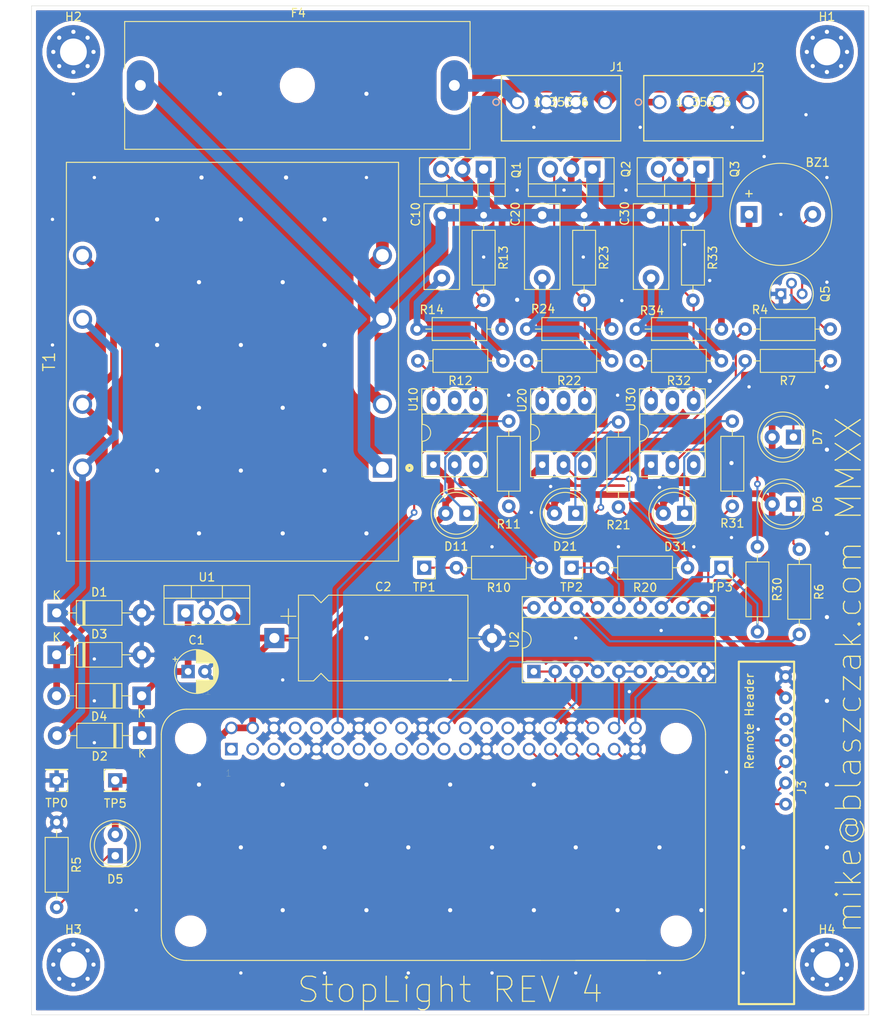
<source format=kicad_pcb>
(kicad_pcb (version 20171130) (host pcbnew "(5.1.6)-1")
  (layers (0 F.Cu signal) (31 B.Cu signal) (34 B.Paste user hide) (35 F.Paste user) (36 B.SilkS user hide) (37 F.SilkS user) (38 B.Mask user hide) (39 F.Mask user) (44 Edge.Cuts user))
  (net 0 "")
  (net 1 GND)
  (net 2 /VT)
  (net 3 /D1)
  (net 4 /D0)
  (net 5 "Net-(A1-Pad28)")
  (net 6 "Net-(A1-Pad27)")
  (net 7 /D2)
  (net 8 /D3)
  (net 9 "Net-(A1-Pad21)")
  (net 10 "Net-(A1-Pad19)")
  (net 11 "Net-(A1-Pad18)")
  (net 12 "Net-(A1-Pad17)")
  (net 13 "Net-(A1-Pad16)")
  (net 14 "Net-(A1-Pad15)")
  (net 15 "Net-(A1-Pad13)")
  (net 16 "Net-(A1-Pad11)")
  (net 17 "Net-(A1-Pad10)")
  (net 18 "Net-(A1-Pad8)")
  (net 19 "Net-(A1-Pad7)")
  (net 20 "Net-(A1-Pad5)")
  (net 21 VCC)
  (net 22 "Net-(A1-Pad3)")
  (net 23 "Net-(A1-Pad1)")
  (net 24 "Net-(C1-Pad1)")
  (net 25 LINE)
  (net 26 "Net-(D1-Pad1)")
  (net 27 "Net-(D3-Pad1)")
  (net 28 "Net-(D5-Pad1)")
  (net 29 "Net-(D11-Pad1)")
  (net 30 "Net-(D21-Pad1)")
  (net 31 "Net-(D31-Pad1)")
  (net 32 VAC)
  (net 33 NEUT)
  (net 34 "Net-(Q1-Pad3)")
  (net 35 "Net-(Q2-Pad3)")
  (net 36 "Net-(Q3-Pad3)")
  (net 37 "Net-(R10-Pad2)")
  (net 38 "Net-(R10-Pad1)")
  (net 39 "Net-(R11-Pad2)")
  (net 40 "Net-(R12-Pad2)")
  (net 41 "Net-(R20-Pad2)")
  (net 42 "Net-(R20-Pad1)")
  (net 43 "Net-(R21-Pad2)")
  (net 44 "Net-(R22-Pad2)")
  (net 45 "Net-(R30-Pad2)")
  (net 46 "Net-(R30-Pad1)")
  (net 47 "Net-(R31-Pad2)")
  (net 48 "Net-(R32-Pad2)")
  (net 49 "Net-(U10-Pad3)")
  (net 50 "Net-(U10-Pad5)")
  (net 51 "Net-(U20-Pad3)")
  (net 52 "Net-(U20-Pad5)")
  (net 53 "Net-(U30-Pad3)")
  (net 54 "Net-(U30-Pad5)")
  (net 55 "Net-(C10-Pad1)")
  (net 56 "Net-(C20-Pad1)")
  (net 57 "Net-(C30-Pad1)")
  (net 58 "Net-(A1-Pad26)")
  (net 59 "Net-(A1-Pad24)")
  (net 60 "Net-(D6-Pad1)")
  (net 61 "Net-(D7-Pad1)")
  (net 62 BZZ)
  (net 63 "Net-(BZ1-Pad2)")
  (net 64 "Net-(Q5-Pad2)")
  (net 65 "Net-(R6-Pad2)")
  (net 66 "Net-(R7-Pad2)")
  (net 67 "Net-(A1-Pad23)")
  (net 68 /GRN)
  (net 69 /YEL)
  (net 70 /IND2)
  (net 71 /IND1)
  (net 72 /RED)
  (net 73 "Net-(J2-Pad3)")
  (net 74 "Net-(J2-Pad2)")
  (net 75 "Net-(J2-Pad1)")
  (module Resistor_THT:R_Axial_DIN0207_L6.3mm_D2.5mm_P10.16mm_Horizontal (layer F.Cu) (at 120.4 58.1 180)
    (fp_text reference R4 (at 8.4 2.3) (layer F.SilkS))
    (fp_text value 10R3)
    (pad 2 thru_hole oval (at 10.16 0 180) (size 1.6 1.6) (drill 0.8) (layers *.Cu *.Mask) (net 62 BZZ))
    (pad 1 thru_hole circle (at 0 0 180) (size 1.6 1.6) (drill 0.8) (layers *.Cu *.Mask) (net 64 "Net-(Q5-Pad2)"))
  )
  (module Package_DIP:DIP-18_W7.62mm_Socket (layer F.Cu) (at 85 99 90)
    (fp_text reference U2 (at 3.81 -2.33 90) (layer F.SilkS))
    (fp_text value ULN2803A)
    (pad 18 thru_hole oval (at 7.62 0 90) (size 1.6 1.6) (drill 0.8) (layers *.Cu *.Mask) (net 37 "Net-(R10-Pad2)"))
    (pad 9 thru_hole oval (at 0 20.32 90) (size 1.6 1.6) (drill 0.8) (layers *.Cu *.Mask) (net 1 GND))
    (pad 17 thru_hole oval (at 7.62 2.54 90) (size 1.6 1.6) (drill 0.8) (layers *.Cu *.Mask) (net 39 "Net-(R11-Pad2)"))
    (pad 8 thru_hole oval (at 0 17.78 90) (size 1.6 1.6) (drill 0.8) (layers *.Cu *.Mask) (net 68 /GRN))
    (pad 16 thru_hole oval (at 7.62 5.08 90) (size 1.6 1.6) (drill 0.8) (layers *.Cu *.Mask) (net 65 "Net-(R6-Pad2)"))
    (pad 7 thru_hole oval (at 0 15.24 90) (size 1.6 1.6) (drill 0.8) (layers *.Cu *.Mask) (net 68 /GRN))
    (pad 15 thru_hole oval (at 7.62 7.62 90) (size 1.6 1.6) (drill 0.8) (layers *.Cu *.Mask) (net 66 "Net-(R7-Pad2)"))
    (pad 6 thru_hole oval (at 0 12.7 90) (size 1.6 1.6) (drill 0.8) (layers *.Cu *.Mask) (net 69 /YEL))
    (pad 14 thru_hole oval (at 7.62 10.16 90) (size 1.6 1.6) (drill 0.8) (layers *.Cu *.Mask) (net 41 "Net-(R20-Pad2)"))
    (pad 5 thru_hole oval (at 0 10.16 90) (size 1.6 1.6) (drill 0.8) (layers *.Cu *.Mask) (net 69 /YEL))
    (pad 13 thru_hole oval (at 7.62 12.7 90) (size 1.6 1.6) (drill 0.8) (layers *.Cu *.Mask) (net 43 "Net-(R21-Pad2)"))
    (pad 4 thru_hole oval (at 0 7.62 90) (size 1.6 1.6) (drill 0.8) (layers *.Cu *.Mask) (net 70 /IND2))
    (pad 12 thru_hole oval (at 7.62 15.24 90) (size 1.6 1.6) (drill 0.8) (layers *.Cu *.Mask) (net 45 "Net-(R30-Pad2)"))
    (pad 3 thru_hole oval (at 0 5.08 90) (size 1.6 1.6) (drill 0.8) (layers *.Cu *.Mask) (net 71 /IND1))
    (pad 11 thru_hole oval (at 7.62 17.78 90) (size 1.6 1.6) (drill 0.8) (layers *.Cu *.Mask) (net 47 "Net-(R31-Pad2)"))
    (pad 2 thru_hole oval (at 0 2.54 90) (size 1.6 1.6) (drill 0.8) (layers *.Cu *.Mask) (net 72 /RED))
    (pad 10 thru_hole oval (at 7.62 20.32 90) (size 1.6 1.6) (drill 0.8) (layers *.Cu *.Mask) (net 21 VCC))
    (pad 1 thru_hole rect (at 0 0 90) (size 1.6 1.6) (drill 0.8) (layers *.Cu *.Mask) (net 72 /RED))
  )
  (module Resistor_THT:R_Axial_DIN0207_L6.3mm_D2.5mm_P10.16mm_Horizontal (layer F.Cu) (at 107.4 58.1 180)
    (fp_text reference R34 (at 8.3 2.2) (layer F.SilkS))
    (fp_text value 51R)
    (pad 2 thru_hole oval (at 10.16 0 180) (size 1.6 1.6) (drill 0.8) (layers *.Cu *.Mask) (net 57 "Net-(C30-Pad1)"))
    (pad 1 thru_hole circle (at 0 0 180) (size 1.6 1.6) (drill 0.8) (layers *.Cu *.Mask) (net 73 "Net-(J2-Pad3)"))
  )
  (module Resistor_THT:R_Axial_DIN0207_L6.3mm_D2.5mm_P10.16mm_Horizontal (layer F.Cu) (at 104 44.5 270)
    (fp_text reference R33 (at 5.08 -2.37 90) (layer F.SilkS))
    (fp_text value 390R)
    (pad 2 thru_hole oval (at 10.16 0 270) (size 1.6 1.6) (drill 0.8) (layers *.Cu *.Mask) (net 36 "Net-(Q3-Pad3)"))
    (pad 1 thru_hole circle (at 0 0 270) (size 1.6 1.6) (drill 0.8) (layers *.Cu *.Mask) (net 25 LINE))
  )
  (module Resistor_THT:R_Axial_DIN0207_L6.3mm_D2.5mm_P10.16mm_Horizontal (layer F.Cu) (at 107.4 61.9 180)
    (fp_text reference R32 (at 5.08 -2.37) (layer F.SilkS))
    (fp_text value 150R)
    (pad 2 thru_hole oval (at 10.16 0 180) (size 1.6 1.6) (drill 0.8) (layers *.Cu *.Mask) (net 48 "Net-(R32-Pad2)"))
    (pad 1 thru_hole circle (at 0 0 180) (size 1.6 1.6) (drill 0.8) (layers *.Cu *.Mask) (net 57 "Net-(C30-Pad1)"))
  )
  (module Resistor_THT:R_Axial_DIN0207_L6.3mm_D2.5mm_P10.16mm_Horizontal (layer F.Cu) (at 108.7 69.1 270)
    (fp_text reference R31 (at 12.2 0 180) (layer F.SilkS))
    (fp_text value 220R)
    (pad 2 thru_hole oval (at 10.16 0 270) (size 1.6 1.6) (drill 0.8) (layers *.Cu *.Mask) (net 47 "Net-(R31-Pad2)"))
    (pad 1 thru_hole circle (at 0 0 270) (size 1.6 1.6) (drill 0.8) (layers *.Cu *.Mask) (net 31 "Net-(D31-Pad1)"))
  )
  (module Resistor_THT:R_Axial_DIN0207_L6.3mm_D2.5mm_P10.16mm_Horizontal (layer F.Cu) (at 111.7 84.1 270)
    (fp_text reference R30 (at 5.08 -2.37 90) (layer F.SilkS))
    (fp_text value 220R)
    (pad 2 thru_hole oval (at 10.16 0 270) (size 1.6 1.6) (drill 0.8) (layers *.Cu *.Mask) (net 45 "Net-(R30-Pad2)"))
    (pad 1 thru_hole circle (at 0 0 270) (size 1.6 1.6) (drill 0.8) (layers *.Cu *.Mask) (net 46 "Net-(R30-Pad1)"))
  )
  (module Resistor_THT:R_Axial_DIN0207_L6.3mm_D2.5mm_P10.16mm_Horizontal (layer F.Cu) (at 94.3 58.1 180)
    (fp_text reference R24 (at 8.2 2.4) (layer F.SilkS))
    (fp_text value 51R)
    (pad 2 thru_hole oval (at 10.16 0 180) (size 1.6 1.6) (drill 0.8) (layers *.Cu *.Mask) (net 56 "Net-(C20-Pad1)"))
    (pad 1 thru_hole circle (at 0 0 180) (size 1.6 1.6) (drill 0.8) (layers *.Cu *.Mask) (net 74 "Net-(J2-Pad2)"))
  )
  (module Resistor_THT:R_Axial_DIN0207_L6.3mm_D2.5mm_P10.16mm_Horizontal (layer F.Cu) (at 91 44.5 270)
    (fp_text reference R23 (at 5.08 -2.37 90) (layer F.SilkS))
    (fp_text value 390R)
    (pad 2 thru_hole oval (at 10.16 0 270) (size 1.6 1.6) (drill 0.8) (layers *.Cu *.Mask) (net 35 "Net-(Q2-Pad3)"))
    (pad 1 thru_hole circle (at 0 0 270) (size 1.6 1.6) (drill 0.8) (layers *.Cu *.Mask) (net 25 LINE))
  )
  (module Resistor_THT:R_Axial_DIN0207_L6.3mm_D2.5mm_P10.16mm_Horizontal (layer F.Cu) (at 94.3 61.9 180)
    (fp_text reference R22 (at 5.08 -2.37) (layer F.SilkS))
    (fp_text value 150R)
    (pad 2 thru_hole oval (at 10.16 0 180) (size 1.6 1.6) (drill 0.8) (layers *.Cu *.Mask) (net 44 "Net-(R22-Pad2)"))
    (pad 1 thru_hole circle (at 0 0 180) (size 1.6 1.6) (drill 0.8) (layers *.Cu *.Mask) (net 56 "Net-(C20-Pad1)"))
  )
  (module Resistor_THT:R_Axial_DIN0207_L6.3mm_D2.5mm_P10.16mm_Horizontal (layer F.Cu) (at 95.1 69.2 270)
    (fp_text reference R21 (at 12.3 0 180) (layer F.SilkS))
    (fp_text value 220R)
    (pad 2 thru_hole oval (at 10.16 0 270) (size 1.6 1.6) (drill 0.8) (layers *.Cu *.Mask) (net 43 "Net-(R21-Pad2)"))
    (pad 1 thru_hole circle (at 0 0 270) (size 1.6 1.6) (drill 0.8) (layers *.Cu *.Mask) (net 30 "Net-(D21-Pad1)"))
  )
  (module Resistor_THT:R_Axial_DIN0207_L6.3mm_D2.5mm_P10.16mm_Horizontal (layer F.Cu) (at 103.36 86.6 180)
    (fp_text reference R20 (at 5.08 -2.37) (layer F.SilkS))
    (fp_text value 220R)
    (pad 2 thru_hole oval (at 10.16 0 180) (size 1.6 1.6) (drill 0.8) (layers *.Cu *.Mask) (net 41 "Net-(R20-Pad2)"))
    (pad 1 thru_hole circle (at 0 0 180) (size 1.6 1.6) (drill 0.8) (layers *.Cu *.Mask) (net 42 "Net-(R20-Pad1)"))
  )
  (module Resistor_THT:R_Axial_DIN0207_L6.3mm_D2.5mm_P10.16mm_Horizontal (layer F.Cu) (at 81.2 58.1 180)
    (fp_text reference R14 (at 8.4 2.3) (layer F.SilkS))
    (fp_text value 51R)
    (pad 2 thru_hole oval (at 10.16 0 180) (size 1.6 1.6) (drill 0.8) (layers *.Cu *.Mask) (net 55 "Net-(C10-Pad1)"))
    (pad 1 thru_hole circle (at 0 0 180) (size 1.6 1.6) (drill 0.8) (layers *.Cu *.Mask) (net 75 "Net-(J2-Pad1)"))
  )
  (module Resistor_THT:R_Axial_DIN0207_L6.3mm_D2.5mm_P10.16mm_Horizontal (layer F.Cu) (at 79 44.5 270)
    (fp_text reference R13 (at 5.08 -2.37 90) (layer F.SilkS))
    (fp_text value 390R)
    (pad 2 thru_hole oval (at 10.16 0 270) (size 1.6 1.6) (drill 0.8) (layers *.Cu *.Mask) (net 34 "Net-(Q1-Pad3)"))
    (pad 1 thru_hole circle (at 0 0 270) (size 1.6 1.6) (drill 0.8) (layers *.Cu *.Mask) (net 25 LINE))
  )
  (module Resistor_THT:R_Axial_DIN0207_L6.3mm_D2.5mm_P10.16mm_Horizontal (layer F.Cu) (at 81.3 61.9 180)
    (fp_text reference R12 (at 5.08 -2.37) (layer F.SilkS))
    (fp_text value 150R)
    (pad 2 thru_hole oval (at 10.16 0 180) (size 1.6 1.6) (drill 0.8) (layers *.Cu *.Mask) (net 40 "Net-(R12-Pad2)"))
    (pad 1 thru_hole circle (at 0 0 180) (size 1.6 1.6) (drill 0.8) (layers *.Cu *.Mask) (net 55 "Net-(C10-Pad1)"))
  )
  (module Resistor_THT:R_Axial_DIN0207_L6.3mm_D2.5mm_P10.16mm_Horizontal (layer F.Cu) (at 82 69.1 270)
    (fp_text reference R11 (at 12.3 0 180) (layer F.SilkS))
    (fp_text value 220R)
    (pad 2 thru_hole oval (at 10.16 0 270) (size 1.6 1.6) (drill 0.8) (layers *.Cu *.Mask) (net 39 "Net-(R11-Pad2)"))
    (pad 1 thru_hole circle (at 0 0 270) (size 1.6 1.6) (drill 0.8) (layers *.Cu *.Mask) (net 29 "Net-(D11-Pad1)"))
  )
  (module Resistor_THT:R_Axial_DIN0207_L6.3mm_D2.5mm_P10.16mm_Horizontal (layer F.Cu) (at 85.9 86.6 180)
    (fp_text reference R10 (at 5.08 -2.37) (layer F.SilkS))
    (fp_text value 220R)
    (pad 2 thru_hole oval (at 10.16 0 180) (size 1.6 1.6) (drill 0.8) (layers *.Cu *.Mask) (net 37 "Net-(R10-Pad2)"))
    (pad 1 thru_hole circle (at 0 0 180) (size 1.6 1.6) (drill 0.8) (layers *.Cu *.Mask) (net 38 "Net-(R10-Pad1)"))
  )
  (module Resistor_THT:R_Axial_DIN0207_L6.3mm_D2.5mm_P10.16mm_Horizontal (layer F.Cu) (at 120.4 61.9 180)
    (fp_text reference R7 (at 5.08 -2.37) (layer F.SilkS))
    (fp_text value 220R)
    (pad 2 thru_hole oval (at 10.16 0 180) (size 1.6 1.6) (drill 0.8) (layers *.Cu *.Mask) (net 66 "Net-(R7-Pad2)"))
    (pad 1 thru_hole circle (at 0 0 180) (size 1.6 1.6) (drill 0.8) (layers *.Cu *.Mask) (net 61 "Net-(D7-Pad1)"))
  )
  (module Resistor_THT:R_Axial_DIN0207_L6.3mm_D2.5mm_P10.16mm_Horizontal (layer F.Cu) (at 116.7 84.4 270)
    (fp_text reference R6 (at 5.08 -2.37 90) (layer F.SilkS))
    (fp_text value 220R)
    (pad 2 thru_hole oval (at 10.16 0 270) (size 1.6 1.6) (drill 0.8) (layers *.Cu *.Mask) (net 65 "Net-(R6-Pad2)"))
    (pad 1 thru_hole circle (at 0 0 270) (size 1.6 1.6) (drill 0.8) (layers *.Cu *.Mask) (net 60 "Net-(D6-Pad1)"))
  )
  (module Resistor_THT:R_Axial_DIN0207_L6.3mm_D2.5mm_P10.16mm_Horizontal (layer F.Cu) (at 28 117 270)
    (fp_text reference R5 (at 5.08 -2.37 90) (layer F.SilkS))
    (fp_text value 220R)
    (pad 2 thru_hole oval (at 10.16 0 270) (size 1.6 1.6) (drill 0.8) (layers *.Cu *.Mask) (net 28 "Net-(D5-Pad1)"))
    (pad 1 thru_hole circle (at 0 0 270) (size 1.6 1.6) (drill 0.8) (layers *.Cu *.Mask) (net 1 GND))
  )
  (module StopLight4:1984633 (layer F.Cu) (at 100 31)
    (fp_text reference J2 (at 11.7 -4.1) (layer F.SilkS))
    (fp_text value 1935336 (at 5.25 0) (layer F.SilkS))
    (fp_text user * (at 0 0) (layer F.SilkS))
    (pad 4 thru_hole circle (at 10.500002 0) (size 1.7018 1.7018) (drill 1.1938) (layers *.Cu *.Mask) (net 33 NEUT))
    (pad 3 thru_hole circle (at 7.000001 0) (size 1.7018 1.7018) (drill 1.1938) (layers *.Cu *.Mask) (net 73 "Net-(J2-Pad3)"))
    (pad 2 thru_hole circle (at 3.500001 0) (size 1.7018 1.7018) (drill 1.1938) (layers *.Cu *.Mask) (net 74 "Net-(J2-Pad2)"))
    (pad 1 thru_hole circle (at 0 0) (size 1.7018 1.7018) (drill 1.1938) (layers *.Cu *.Mask) (net 75 "Net-(J2-Pad1)"))
  )
  (module StopLight4:1984633 (layer F.Cu) (at 83 31)
    (fp_text reference J1 (at 11.9 -4.2) (layer F.SilkS))
    (fp_text value 1935336 (at 5.25 0) (layer F.SilkS))
    (fp_text user * (at 0 0) (layer F.SilkS))
    (pad 4 thru_hole circle (at 10.500002 0) (size 1.7018 1.7018) (drill 1.1938) (layers *.Cu *.Mask) (net 33 NEUT))
    (pad 3 thru_hole circle (at 7.000001 0) (size 1.7018 1.7018) (drill 1.1938) (layers *.Cu *.Mask) (net 1 GND))
    (pad 2 thru_hole circle (at 3.500001 0) (size 1.7018 1.7018) (drill 1.1938) (layers *.Cu *.Mask) (net 1 GND))
    (pad 1 thru_hole circle (at 0 0) (size 1.7018 1.7018) (drill 1.1938) (layers *.Cu *.Mask) (net 32 VAC))
  )
  (module Package_TO_SOT_THT:TO-92 (layer F.Cu) (at 114.5 53.9)
    (fp_text reference Q5 (at 5.3 0 90) (layer F.SilkS))
    (fp_text value 2N3904)
    (pad 1 thru_hole rect (at 0 0 90) (size 1.3 1.3) (drill 0.75) (layers *.Cu *.Mask) (net 1 GND))
    (pad 3 thru_hole circle (at 2.54 0 90) (size 1.3 1.3) (drill 0.75) (layers *.Cu *.Mask) (net 63 "Net-(BZ1-Pad2)"))
    (pad 2 thru_hole circle (at 1.27 -1.27 90) (size 1.3 1.3) (drill 0.75) (layers *.Cu *.Mask) (net 64 "Net-(Q5-Pad2)"))
  )
  (module LED_THT:LED_D5.0mm (layer F.Cu) (at 116 79 180)
    (fp_text reference D6 (at -2.9 0 90) (layer F.SilkS))
    (fp_text value LED)
    (pad 2 thru_hole circle (at 2.54 0 180) (size 1.8 1.8) (drill 0.9) (layers *.Cu *.Mask) (net 21 VCC))
    (pad 1 thru_hole rect (at 0 0 180) (size 1.8 1.8) (drill 0.9) (layers *.Cu *.Mask) (net 60 "Net-(D6-Pad1)"))
  )
  (module Buzzer_Beeper:Buzzer_12x9.5RM7.6 (layer F.Cu) (at 110.7 44.4)
    (fp_text reference BZ1 (at 8.2 -6.2) (layer F.SilkS))
    (fp_text value Buzzer)
    (fp_text user + (at -0.01 -2.54) (layer F.SilkS))
    (pad 2 thru_hole circle (at 7.6 0) (size 2 2) (drill 1) (layers *.Cu *.Mask) (net 63 "Net-(BZ1-Pad2)"))
    (pad 1 thru_hole rect (at 0 0) (size 2 2) (drill 1) (layers *.Cu *.Mask) (net 21 VCC))
  )
  (module LED_THT:LED_D5.0mm (layer F.Cu) (at 116 71 180)
    (fp_text reference D7 (at -2.9 0 90) (layer F.SilkS))
    (fp_text value LED)
    (pad 2 thru_hole circle (at 2.54 0 180) (size 1.8 1.8) (drill 0.9) (layers *.Cu *.Mask) (net 21 VCC))
    (pad 1 thru_hole rect (at 0 0 180) (size 1.8 1.8) (drill 0.9) (layers *.Cu *.Mask) (net 61 "Net-(D7-Pad1)"))
  )
  (module StopLight1:ADA3708_RPI-ZERO (layer F.Cu) (at 73 107)
    (fp_text reference A1 (at -27.3566 -5.72581) (layer F.SilkS) (effects (font (size 1.00189 1.00189) (thickness 0.015))))
    (fp_text value ADA3708)
    (fp_text user 1 (at -24.4727 4.13175) (layer F.SilkS) (effects (font (size 0.800827 0.800827) (thickness 0.015))))
    (pad None np_thru_hole circle (at 29 0) (size 2.75 2.75) (drill 2.75) (layers *.Cu *.Mask))
    (pad None np_thru_hole circle (at 29 23) (size 2.75 2.75) (drill 2.75) (layers *.Cu *.Mask))
    (pad None np_thru_hole circle (at -29 0) (size 2.75 2.75) (drill 2.75) (layers *.Cu *.Mask))
    (pad None np_thru_hole circle (at -29 23) (size 2.75 2.75) (drill 2.75) (layers *.Cu *.Mask))
    (pad 40 thru_hole circle (at 24.13 -1.27) (size 1.508 1.508) (drill 1) (layers *.Cu *.Mask) (net 68 /GRN))
    (pad 39 thru_hole circle (at 24.13 1.27) (size 1.508 1.508) (drill 1) (layers *.Cu *.Mask) (net 1 GND))
    (pad 38 thru_hole circle (at 21.59 -1.27) (size 1.508 1.508) (drill 1) (layers *.Cu *.Mask) (net 69 /YEL))
    (pad 37 thru_hole circle (at 21.59 1.27) (size 1.508 1.508) (drill 1) (layers *.Cu *.Mask) (net 4 /D0))
    (pad 36 thru_hole circle (at 19.05 -1.27) (size 1.508 1.508) (drill 1) (layers *.Cu *.Mask) (net 72 /RED))
    (pad 35 thru_hole circle (at 19.05 1.27) (size 1.508 1.508) (drill 1) (layers *.Cu *.Mask) (net 3 /D1))
    (pad 34 thru_hole circle (at 16.51 -1.27) (size 1.508 1.508) (drill 1) (layers *.Cu *.Mask) (net 1 GND))
    (pad 33 thru_hole circle (at 16.51 1.27) (size 1.508 1.508) (drill 1) (layers *.Cu *.Mask) (net 7 /D2))
    (pad 32 thru_hole circle (at 13.97 -1.27) (size 1.508 1.508) (drill 1) (layers *.Cu *.Mask) (net 71 /IND1))
    (pad 31 thru_hole circle (at 13.97 1.27) (size 1.508 1.508) (drill 1) (layers *.Cu *.Mask) (net 8 /D3))
    (pad 30 thru_hole circle (at 11.43 -1.27) (size 1.508 1.508) (drill 1) (layers *.Cu *.Mask) (net 1 GND))
    (pad 29 thru_hole circle (at 11.43 1.27) (size 1.508 1.508) (drill 1) (layers *.Cu *.Mask) (net 2 /VT))
    (pad 28 thru_hole circle (at 8.89 -1.27) (size 1.508 1.508) (drill 1) (layers *.Cu *.Mask) (net 5 "Net-(A1-Pad28)"))
    (pad 27 thru_hole circle (at 8.89 1.27) (size 1.508 1.508) (drill 1) (layers *.Cu *.Mask) (net 6 "Net-(A1-Pad27)"))
    (pad 26 thru_hole circle (at 6.35 -1.27) (size 1.508 1.508) (drill 1) (layers *.Cu *.Mask) (net 58 "Net-(A1-Pad26)"))
    (pad 25 thru_hole circle (at 6.35 1.27) (size 1.508 1.508) (drill 1) (layers *.Cu *.Mask) (net 1 GND))
    (pad 24 thru_hole circle (at 3.81 -1.27) (size 1.508 1.508) (drill 1) (layers *.Cu *.Mask) (net 59 "Net-(A1-Pad24)"))
    (pad 23 thru_hole circle (at 3.81 1.27) (size 1.508 1.508) (drill 1) (layers *.Cu *.Mask) (net 67 "Net-(A1-Pad23)"))
    (pad 22 thru_hole circle (at 1.27 -1.27) (size 1.508 1.508) (drill 1) (layers *.Cu *.Mask) (net 70 /IND2))
    (pad 21 thru_hole circle (at 1.27 1.27) (size 1.508 1.508) (drill 1) (layers *.Cu *.Mask) (net 9 "Net-(A1-Pad21)"))
    (pad 20 thru_hole circle (at -1.27 -1.27) (size 1.508 1.508) (drill 1) (layers *.Cu *.Mask) (net 1 GND))
    (pad 19 thru_hole circle (at -1.27 1.27) (size 1.508 1.508) (drill 1) (layers *.Cu *.Mask) (net 10 "Net-(A1-Pad19)"))
    (pad 18 thru_hole circle (at -3.81 -1.27) (size 1.508 1.508) (drill 1) (layers *.Cu *.Mask) (net 11 "Net-(A1-Pad18)"))
    (pad 17 thru_hole circle (at -3.81 1.27) (size 1.508 1.508) (drill 1) (layers *.Cu *.Mask) (net 12 "Net-(A1-Pad17)"))
    (pad 16 thru_hole circle (at -6.35 -1.27) (size 1.508 1.508) (drill 1) (layers *.Cu *.Mask) (net 13 "Net-(A1-Pad16)"))
    (pad 15 thru_hole circle (at -6.35 1.27) (size 1.508 1.508) (drill 1) (layers *.Cu *.Mask) (net 14 "Net-(A1-Pad15)"))
    (pad 14 thru_hole circle (at -8.89 -1.27) (size 1.508 1.508) (drill 1) (layers *.Cu *.Mask) (net 1 GND))
    (pad 13 thru_hole circle (at -8.89 1.27) (size 1.508 1.508) (drill 1) (layers *.Cu *.Mask) (net 15 "Net-(A1-Pad13)"))
    (pad 12 thru_hole circle (at -11.43 -1.27) (size 1.508 1.508) (drill 1) (layers *.Cu *.Mask) (net 62 BZZ))
    (pad 11 thru_hole circle (at -11.43 1.27) (size 1.508 1.508) (drill 1) (layers *.Cu *.Mask) (net 16 "Net-(A1-Pad11)"))
    (pad 10 thru_hole circle (at -13.97 -1.27) (size 1.508 1.508) (drill 1) (layers *.Cu *.Mask) (net 17 "Net-(A1-Pad10)"))
    (pad 9 thru_hole circle (at -13.97 1.27) (size 1.508 1.508) (drill 1) (layers *.Cu *.Mask) (net 1 GND))
    (pad 8 thru_hole circle (at -16.51 -1.27) (size 1.508 1.508) (drill 1) (layers *.Cu *.Mask) (net 18 "Net-(A1-Pad8)"))
    (pad 7 thru_hole circle (at -16.51 1.27) (size 1.508 1.508) (drill 1) (layers *.Cu *.Mask) (net 19 "Net-(A1-Pad7)"))
    (pad 6 thru_hole circle (at -19.05 -1.27) (size 1.508 1.508) (drill 1) (layers *.Cu *.Mask) (net 1 GND))
    (pad 5 thru_hole circle (at -19.05 1.27) (size 1.508 1.508) (drill 1) (layers *.Cu *.Mask) (net 20 "Net-(A1-Pad5)"))
    (pad 4 thru_hole circle (at -21.59 -1.27) (size 1.508 1.508) (drill 1) (layers *.Cu *.Mask) (net 21 VCC))
    (pad 3 thru_hole circle (at -21.59 1.27) (size 1.508 1.508) (drill 1) (layers *.Cu *.Mask) (net 22 "Net-(A1-Pad3)"))
    (pad 2 thru_hole circle (at -24.13 -1.27) (size 1.508 1.508) (drill 1) (layers *.Cu *.Mask) (net 21 VCC))
    (pad 1 thru_hole rect (at -24.13 1.27) (size 1.508 1.508) (drill 1) (layers *.Cu *.Mask) (net 23 "Net-(A1-Pad1)"))
  )
  (module Capacitor_THT:C_Rect_L10.0mm_W4.0mm_P7.50mm_MKS4 (layer F.Cu) (at 99 52 90)
    (fp_text reference C30 (at 7.7 -3.15 90) (layer F.SilkS))
    (fp_text value 0.033uF)
    (pad 2 thru_hole circle (at 7.5 0 90) (size 2 2) (drill 1) (layers *.Cu *.Mask) (net 25 LINE))
    (pad 1 thru_hole circle (at 0 0 90) (size 2 2) (drill 1) (layers *.Cu *.Mask) (net 57 "Net-(C30-Pad1)"))
  )
  (module Capacitor_THT:C_Rect_L10.0mm_W4.0mm_P7.50mm_MKS4 (layer F.Cu) (at 86 52 90)
    (fp_text reference C20 (at 7.65 -3.2 90) (layer F.SilkS))
    (fp_text value 0.033uF)
    (pad 2 thru_hole circle (at 7.5 0 90) (size 2 2) (drill 1) (layers *.Cu *.Mask) (net 25 LINE))
    (pad 1 thru_hole circle (at 0 0 90) (size 2 2) (drill 1) (layers *.Cu *.Mask) (net 56 "Net-(C20-Pad1)"))
  )
  (module Capacitor_THT:C_Rect_L10.0mm_W4.0mm_P7.50mm_MKS4 (layer F.Cu) (at 74 52 90)
    (fp_text reference C10 (at 7.6 -3.12 90) (layer F.SilkS))
    (fp_text value 0.033uF)
    (pad 2 thru_hole circle (at 7.5 0 90) (size 2 2) (drill 1) (layers *.Cu *.Mask) (net 25 LINE))
    (pad 1 thru_hole circle (at 0 0 90) (size 2 2) (drill 1) (layers *.Cu *.Mask) (net 55 "Net-(C10-Pad1)"))
  )
  (module StopLight2:WirelessRemote (layer F.Cu) (at 111 99.6)
    (fp_text reference J3 (at 6 13.25 270) (layer F.SilkS))
    (fp_text value "Remote Header" (at -0.254 5.334 90) (layer F.SilkS))
    (pad 1 thru_hole circle (at 4.064 15.24) (size 1.524 1.524) (drill 0.762) (layers *.Cu *.Mask) (net 2 /VT))
    (pad 2 thru_hole circle (at 4.064 12.7) (size 1.524 1.524) (drill 0.762) (layers *.Cu *.Mask) (net 8 /D3))
    (pad 3 thru_hole circle (at 4.064 10.16) (size 1.524 1.524) (drill 0.762) (layers *.Cu *.Mask) (net 7 /D2))
    (pad 4 thru_hole circle (at 4.064 7.62) (size 1.524 1.524) (drill 0.762) (layers *.Cu *.Mask) (net 3 /D1))
    (pad 5 thru_hole circle (at 4.064 5.08) (size 1.524 1.524) (drill 0.762) (layers *.Cu *.Mask) (net 4 /D0))
    (pad 6 thru_hole circle (at 4.064 2.54) (size 1.524 1.524) (drill 0.762) (layers *.Cu *.Mask) (net 21 VCC))
    (pad 7 thru_hole circle (at 4.064 0) (size 1.524 1.524) (drill 0.762) (layers *.Cu *.Mask) (net 1 GND))
  )
  (module Package_DIP:DIP-6_W7.62mm_Socket_LongPads (layer F.Cu) (at 73 74.3 90)
    (fp_text reference U10 (at 7.8 -2.4 90) (layer F.SilkS))
    (fp_text value MOC3021M)
    (pad 6 thru_hole oval (at 7.62 0 90) (size 2.4 1.6) (drill 0.8) (layers *.Cu *.Mask) (net 40 "Net-(R12-Pad2)"))
    (pad 3 thru_hole oval (at 0 5.08 90) (size 2.4 1.6) (drill 0.8) (layers *.Cu *.Mask) (net 49 "Net-(U10-Pad3)"))
    (pad 5 thru_hole oval (at 7.62 2.54 90) (size 2.4 1.6) (drill 0.8) (layers *.Cu *.Mask) (net 50 "Net-(U10-Pad5)"))
    (pad 2 thru_hole oval (at 0 2.54 90) (size 2.4 1.6) (drill 0.8) (layers *.Cu *.Mask) (net 38 "Net-(R10-Pad1)"))
    (pad 4 thru_hole oval (at 7.62 5.08 90) (size 2.4 1.6) (drill 0.8) (layers *.Cu *.Mask) (net 34 "Net-(Q1-Pad3)"))
    (pad 1 thru_hole rect (at 0 0 90) (size 2.4 1.6) (drill 0.8) (layers *.Cu *.Mask) (net 21 VCC))
  )
  (module StopLight1:XFMR_FS20-600 (layer F.Cu) (at 49 62 180)
    (fp_text reference T1 (at 21.9 0 90) (layer F.SilkS) (effects (font (size 1.4 1.4))))
    (fp_text value FS20-600)
    (pad 4 thru_hole circle (at -17.907 12.7 180) (size 2.286 2.286) (drill 1.524) (layers *.Cu *.Mask) (net 33 NEUT))
    (pad 1 thru_hole rect (at -17.907 -12.7 180) (size 2.286 2.286) (drill 1.524) (layers *.Cu *.Mask) (net 25 LINE))
    (pad 3 thru_hole circle (at -17.907 5.08 180) (size 2.286 2.286) (drill 1.524) (layers *.Cu *.Mask) (net 25 LINE))
    (pad 2 thru_hole circle (at -17.907 -5.08 180) (size 2.286 2.286) (drill 1.524) (layers *.Cu *.Mask) (net 33 NEUT))
    (pad 8 thru_hole circle (at 17.907 12.7 180) (size 2.286 2.286) (drill 1.524) (layers *.Cu *.Mask) (net 27 "Net-(D3-Pad1)"))
    (pad 5 thru_hole circle (at 17.907 -12.7 180) (size 2.286 2.286) (drill 1.524) (layers *.Cu *.Mask) (net 26 "Net-(D1-Pad1)"))
    (pad 7 thru_hole circle (at 17.907 5.08 180) (size 2.286 2.286) (drill 1.524) (layers *.Cu *.Mask) (net 26 "Net-(D1-Pad1)"))
    (pad 6 thru_hole circle (at 17.907 -5.08 180) (size 2.286 2.286) (drill 1.524) (layers *.Cu *.Mask) (net 27 "Net-(D3-Pad1)"))
  )
  (module Package_DIP:DIP-6_W7.62mm_Socket_LongPads (layer F.Cu) (at 99 74.3 90)
    (fp_text reference U30 (at 7.8 -2.4 90) (layer F.SilkS))
    (fp_text value MOC3021M)
    (pad 6 thru_hole oval (at 7.62 0 90) (size 2.4 1.6) (drill 0.8) (layers *.Cu *.Mask) (net 48 "Net-(R32-Pad2)"))
    (pad 3 thru_hole oval (at 0 5.08 90) (size 2.4 1.6) (drill 0.8) (layers *.Cu *.Mask) (net 53 "Net-(U30-Pad3)"))
    (pad 5 thru_hole oval (at 7.62 2.54 90) (size 2.4 1.6) (drill 0.8) (layers *.Cu *.Mask) (net 54 "Net-(U30-Pad5)"))
    (pad 2 thru_hole oval (at 0 2.54 90) (size 2.4 1.6) (drill 0.8) (layers *.Cu *.Mask) (net 46 "Net-(R30-Pad1)"))
    (pad 4 thru_hole oval (at 7.62 5.08 90) (size 2.4 1.6) (drill 0.8) (layers *.Cu *.Mask) (net 36 "Net-(Q3-Pad3)"))
    (pad 1 thru_hole rect (at 0 0 90) (size 2.4 1.6) (drill 0.8) (layers *.Cu *.Mask) (net 21 VCC))
  )
  (module Package_DIP:DIP-6_W7.62mm_Socket_LongPads (layer F.Cu) (at 86 74.3 90)
    (fp_text reference U20 (at 7.7 -2.4 90) (layer F.SilkS))
    (fp_text value MOC3021M)
    (pad 6 thru_hole oval (at 7.62 0 90) (size 2.4 1.6) (drill 0.8) (layers *.Cu *.Mask) (net 44 "Net-(R22-Pad2)"))
    (pad 3 thru_hole oval (at 0 5.08 90) (size 2.4 1.6) (drill 0.8) (layers *.Cu *.Mask) (net 51 "Net-(U20-Pad3)"))
    (pad 5 thru_hole oval (at 7.62 2.54 90) (size 2.4 1.6) (drill 0.8) (layers *.Cu *.Mask) (net 52 "Net-(U20-Pad5)"))
    (pad 2 thru_hole oval (at 0 2.54 90) (size 2.4 1.6) (drill 0.8) (layers *.Cu *.Mask) (net 42 "Net-(R20-Pad1)"))
    (pad 4 thru_hole oval (at 7.62 5.08 90) (size 2.4 1.6) (drill 0.8) (layers *.Cu *.Mask) (net 35 "Net-(Q2-Pad3)"))
    (pad 1 thru_hole rect (at 0 0 90) (size 2.4 1.6) (drill 0.8) (layers *.Cu *.Mask) (net 21 VCC))
  )
  (module Package_TO_SOT_THT:TO-220-3_Vertical (layer F.Cu) (at 43.4 92)
    (fp_text reference U1 (at 2.54 -4.27) (layer F.SilkS))
    (fp_text value L7805)
    (pad 3 thru_hole oval (at 5.08 0) (size 1.905 2) (drill 1.1) (layers *.Cu *.Mask) (net 21 VCC))
    (pad 2 thru_hole oval (at 2.54 0) (size 1.905 2) (drill 1.1) (layers *.Cu *.Mask) (net 1 GND))
    (pad 1 thru_hole rect (at 0 0) (size 1.905 2) (drill 1.1) (layers *.Cu *.Mask) (net 24 "Net-(C1-Pad1)"))
  )
  (module Connector_PinHeader_2.54mm:PinHeader_1x01_P2.54mm_Vertical (layer F.Cu) (at 35 112)
    (fp_text reference TP5 (at 0 2.75) (layer F.SilkS))
    (fp_text value Conn_01x01_Male)
    (pad 1 thru_hole rect (at 0 0) (size 1.7 1.7) (drill 1) (layers *.Cu *.Mask) (net 21 VCC))
  )
  (module Connector_PinHeader_2.54mm:PinHeader_1x01_P2.54mm_Vertical (layer F.Cu) (at 107.4 86.6 180)
    (fp_text reference TP3 (at 0 -2.33) (layer F.SilkS))
    (fp_text value Conn_01x01_Male)
    (pad 1 thru_hole rect (at 0 0 180) (size 1.7 1.7) (drill 1) (layers *.Cu *.Mask) (net 45 "Net-(R30-Pad2)"))
  )
  (module Connector_PinHeader_2.54mm:PinHeader_1x01_P2.54mm_Vertical (layer F.Cu) (at 89.5 86.6 180)
    (fp_text reference TP2 (at 0 -2.33) (layer F.SilkS))
    (fp_text value Conn_01x01_Male)
    (pad 1 thru_hole rect (at 0 0 180) (size 1.7 1.7) (drill 1) (layers *.Cu *.Mask) (net 41 "Net-(R20-Pad2)"))
  )
  (module Connector_PinHeader_2.54mm:PinHeader_1x01_P2.54mm_Vertical (layer F.Cu) (at 71.9 86.6 180)
    (fp_text reference TP1 (at 0 -2.33) (layer F.SilkS))
    (fp_text value Conn_01x01_Male)
    (pad 1 thru_hole rect (at 0 0 180) (size 1.7 1.7) (drill 1) (layers *.Cu *.Mask) (net 37 "Net-(R10-Pad2)"))
  )
  (module Connector_PinHeader_2.54mm:PinHeader_1x01_P2.54mm_Vertical (layer F.Cu) (at 28 112 180)
    (fp_text reference TP0 (at 0 -2.7) (layer F.SilkS))
    (fp_text value Conn_01x01_Male)
    (pad 1 thru_hole rect (at 0 0 180) (size 1.7 1.7) (drill 1) (layers *.Cu *.Mask) (net 1 GND))
  )
  (module Package_TO_SOT_THT:TO-220-3_Vertical (layer F.Cu) (at 105 39 180)
    (fp_text reference Q3 (at -4 0 270) (layer F.SilkS))
    (fp_text value BT136-600)
    (pad 3 thru_hole oval (at 5.08 0 180) (size 1.905 2) (drill 1.1) (layers *.Cu *.Mask) (net 36 "Net-(Q3-Pad3)"))
    (pad 2 thru_hole oval (at 2.54 0 180) (size 1.905 2) (drill 1.1) (layers *.Cu *.Mask) (net 73 "Net-(J2-Pad3)"))
    (pad 1 thru_hole rect (at 0 0 180) (size 1.905 2) (drill 1.1) (layers *.Cu *.Mask) (net 25 LINE))
  )
  (module Package_TO_SOT_THT:TO-220-3_Vertical (layer F.Cu) (at 92 39 180)
    (fp_text reference Q2 (at -4 0 90) (layer F.SilkS))
    (fp_text value BT136-600)
    (pad 3 thru_hole oval (at 5.08 0 180) (size 1.905 2) (drill 1.1) (layers *.Cu *.Mask) (net 35 "Net-(Q2-Pad3)"))
    (pad 2 thru_hole oval (at 2.54 0 180) (size 1.905 2) (drill 1.1) (layers *.Cu *.Mask) (net 74 "Net-(J2-Pad2)"))
    (pad 1 thru_hole rect (at 0 0 180) (size 1.905 2) (drill 1.1) (layers *.Cu *.Mask) (net 25 LINE))
  )
  (module Package_TO_SOT_THT:TO-220-3_Vertical (layer F.Cu) (at 79 39 180)
    (fp_text reference Q1 (at -3.9 -0.1 90) (layer F.SilkS))
    (fp_text value BT136-600)
    (pad 3 thru_hole oval (at 5.08 0 180) (size 1.905 2) (drill 1.1) (layers *.Cu *.Mask) (net 34 "Net-(Q1-Pad3)"))
    (pad 2 thru_hole oval (at 2.54 0 180) (size 1.905 2) (drill 1.1) (layers *.Cu *.Mask) (net 75 "Net-(J2-Pad1)"))
    (pad 1 thru_hole rect (at 0 0 180) (size 1.905 2) (drill 1.1) (layers *.Cu *.Mask) (net 25 LINE))
  )
  (module MountingHole:MountingHole_3.2mm_M3_Pad_Via (layer F.Cu) (at 120 134)
    (fp_text reference H4 (at 0 -4.2) (layer F.SilkS))
    (fp_text value MountingHole)
    (pad 1 thru_hole circle (at 1.697056 -1.697056) (size 0.8 0.8) (drill 0.5) (layers *.Cu *.Mask))
    (pad 1 thru_hole circle (at 0 -2.4) (size 0.8 0.8) (drill 0.5) (layers *.Cu *.Mask))
    (pad 1 thru_hole circle (at -1.697056 -1.697056) (size 0.8 0.8) (drill 0.5) (layers *.Cu *.Mask))
    (pad 1 thru_hole circle (at -2.4 0) (size 0.8 0.8) (drill 0.5) (layers *.Cu *.Mask))
    (pad 1 thru_hole circle (at -1.697056 1.697056) (size 0.8 0.8) (drill 0.5) (layers *.Cu *.Mask))
    (pad 1 thru_hole circle (at 0 2.4) (size 0.8 0.8) (drill 0.5) (layers *.Cu *.Mask))
    (pad 1 thru_hole circle (at 1.697056 1.697056) (size 0.8 0.8) (drill 0.5) (layers *.Cu *.Mask))
    (pad 1 thru_hole circle (at 2.4 0) (size 0.8 0.8) (drill 0.5) (layers *.Cu *.Mask))
    (pad 1 thru_hole circle (at 0 0) (size 6.4 6.4) (drill 3.2) (layers *.Cu *.Mask))
  )
  (module MountingHole:MountingHole_3.2mm_M3_Pad_Via (layer F.Cu) (at 30 134)
    (fp_text reference H3 (at 0 -4.2) (layer F.SilkS))
    (fp_text value MountingHole)
    (pad 1 thru_hole circle (at 1.697056 -1.697056) (size 0.8 0.8) (drill 0.5) (layers *.Cu *.Mask))
    (pad 1 thru_hole circle (at 0 -2.4) (size 0.8 0.8) (drill 0.5) (layers *.Cu *.Mask))
    (pad 1 thru_hole circle (at -1.697056 -1.697056) (size 0.8 0.8) (drill 0.5) (layers *.Cu *.Mask))
    (pad 1 thru_hole circle (at -2.4 0) (size 0.8 0.8) (drill 0.5) (layers *.Cu *.Mask))
    (pad 1 thru_hole circle (at -1.697056 1.697056) (size 0.8 0.8) (drill 0.5) (layers *.Cu *.Mask))
    (pad 1 thru_hole circle (at 0 2.4) (size 0.8 0.8) (drill 0.5) (layers *.Cu *.Mask))
    (pad 1 thru_hole circle (at 1.697056 1.697056) (size 0.8 0.8) (drill 0.5) (layers *.Cu *.Mask))
    (pad 1 thru_hole circle (at 2.4 0) (size 0.8 0.8) (drill 0.5) (layers *.Cu *.Mask))
    (pad 1 thru_hole circle (at 0 0) (size 6.4 6.4) (drill 3.2) (layers *.Cu *.Mask))
  )
  (module MountingHole:MountingHole_3.2mm_M3_Pad_Via (layer F.Cu) (at 30 25)
    (fp_text reference H2 (at 0 -4.2) (layer F.SilkS))
    (fp_text value MountingHole)
    (pad 1 thru_hole circle (at 1.697056 -1.697056) (size 0.8 0.8) (drill 0.5) (layers *.Cu *.Mask))
    (pad 1 thru_hole circle (at 0 -2.4) (size 0.8 0.8) (drill 0.5) (layers *.Cu *.Mask))
    (pad 1 thru_hole circle (at -1.697056 -1.697056) (size 0.8 0.8) (drill 0.5) (layers *.Cu *.Mask))
    (pad 1 thru_hole circle (at -2.4 0) (size 0.8 0.8) (drill 0.5) (layers *.Cu *.Mask))
    (pad 1 thru_hole circle (at -1.697056 1.697056) (size 0.8 0.8) (drill 0.5) (layers *.Cu *.Mask))
    (pad 1 thru_hole circle (at 0 2.4) (size 0.8 0.8) (drill 0.5) (layers *.Cu *.Mask))
    (pad 1 thru_hole circle (at 1.697056 1.697056) (size 0.8 0.8) (drill 0.5) (layers *.Cu *.Mask))
    (pad 1 thru_hole circle (at 2.4 0) (size 0.8 0.8) (drill 0.5) (layers *.Cu *.Mask))
    (pad 1 thru_hole circle (at 0 0) (size 6.4 6.4) (drill 3.2) (layers *.Cu *.Mask))
  )
  (module MountingHole:MountingHole_3.2mm_M3_Pad_Via (layer F.Cu) (at 120 25)
    (fp_text reference H1 (at 0 -4.2) (layer F.SilkS))
    (fp_text value MountingHole)
    (pad 1 thru_hole circle (at 1.697056 -1.697056) (size 0.8 0.8) (drill 0.5) (layers *.Cu *.Mask))
    (pad 1 thru_hole circle (at 0 -2.4) (size 0.8 0.8) (drill 0.5) (layers *.Cu *.Mask))
    (pad 1 thru_hole circle (at -1.697056 -1.697056) (size 0.8 0.8) (drill 0.5) (layers *.Cu *.Mask))
    (pad 1 thru_hole circle (at -2.4 0) (size 0.8 0.8) (drill 0.5) (layers *.Cu *.Mask))
    (pad 1 thru_hole circle (at -1.697056 1.697056) (size 0.8 0.8) (drill 0.5) (layers *.Cu *.Mask))
    (pad 1 thru_hole circle (at 0 2.4) (size 0.8 0.8) (drill 0.5) (layers *.Cu *.Mask))
    (pad 1 thru_hole circle (at 1.697056 1.697056) (size 0.8 0.8) (drill 0.5) (layers *.Cu *.Mask))
    (pad 1 thru_hole circle (at 2.4 0) (size 0.8 0.8) (drill 0.5) (layers *.Cu *.Mask))
    (pad 1 thru_hole circle (at 0 0) (size 6.4 6.4) (drill 3.2) (layers *.Cu *.Mask))
  )
  (module Fuse:Fuseholder_Cylinder-6.3x32mm_Schurter_0031-8002_Horizontal_Open (layer F.Cu) (at 38 29)
    (fp_text reference F4 (at 18.85 -8.65) (layer F.SilkS))
    (fp_text value Fuse)
    (pad 1 thru_hole oval (at 0 0) (size 3.25 6) (drill 1.3) (layers *.Cu *.Mask) (net 25 LINE))
    (pad 2 thru_hole oval (at 37.5 0) (size 3.25 6) (drill 1.3) (layers *.Cu *.Mask) (net 32 VAC))
    (pad "" np_thru_hole circle (at 18.75 0) (size 3.2 3.2) (drill 3.2) (layers *.Cu *.Mask))
  )
  (module LED_THT:LED_D5.0mm (layer F.Cu) (at 103 80.1 180)
    (fp_text reference D31 (at 1 -4) (layer F.SilkS))
    (fp_text value LED)
    (pad 2 thru_hole circle (at 2.54 0 180) (size 1.8 1.8) (drill 0.9) (layers *.Cu *.Mask) (net 21 VCC))
    (pad 1 thru_hole rect (at 0 0 180) (size 1.8 1.8) (drill 0.9) (layers *.Cu *.Mask) (net 31 "Net-(D31-Pad1)"))
  )
  (module LED_THT:LED_D5.0mm (layer F.Cu) (at 90 80.1 180)
    (fp_text reference D21 (at 1.27 -3.96) (layer F.SilkS))
    (fp_text value LED)
    (pad 2 thru_hole circle (at 2.54 0 180) (size 1.8 1.8) (drill 0.9) (layers *.Cu *.Mask) (net 21 VCC))
    (pad 1 thru_hole rect (at 0 0 180) (size 1.8 1.8) (drill 0.9) (layers *.Cu *.Mask) (net 30 "Net-(D21-Pad1)"))
  )
  (module LED_THT:LED_D5.0mm (layer F.Cu) (at 77 80.1 180)
    (fp_text reference D11 (at 1.27 -3.96) (layer F.SilkS))
    (fp_text value LED)
    (pad 2 thru_hole circle (at 2.54 0 180) (size 1.8 1.8) (drill 0.9) (layers *.Cu *.Mask) (net 21 VCC))
    (pad 1 thru_hole rect (at 0 0 180) (size 1.8 1.8) (drill 0.9) (layers *.Cu *.Mask) (net 29 "Net-(D11-Pad1)"))
  )
  (module LED_THT:LED_D5.0mm (layer F.Cu) (at 35 121 90)
    (fp_text reference D5 (at -2.8 0 180) (layer F.SilkS))
    (fp_text value LED)
    (pad 1 thru_hole rect (at 0 0 90) (size 1.8 1.8) (drill 0.9) (layers *.Cu *.Mask) (net 28 "Net-(D5-Pad1)"))
    (pad 2 thru_hole circle (at 2.54 0 90) (size 1.8 1.8) (drill 0.9) (layers *.Cu *.Mask) (net 21 VCC))
  )
  (module Diode_THT:D_DO-41_SOD81_P10.16mm_Horizontal (layer F.Cu) (at 38.15 101.9 180)
    (fp_text reference D4 (at 5.08 -2.47) (layer F.SilkS))
    (fp_text value 1N4002)
    (fp_text user K (at 0 -2.1) (layer F.SilkS))
    (pad 2 thru_hole oval (at 10.16 0 180) (size 2.2 2.2) (drill 1.1) (layers *.Cu *.Mask) (net 27 "Net-(D3-Pad1)"))
    (pad 1 thru_hole rect (at 0 0 180) (size 2.2 2.2) (drill 1.1) (layers *.Cu *.Mask) (net 24 "Net-(C1-Pad1)"))
  )
  (module Diode_THT:D_DO-41_SOD81_P10.16mm_Horizontal (layer F.Cu) (at 28 97)
    (fp_text reference D3 (at 5.08 -2.47) (layer F.SilkS))
    (fp_text value 1N4002)
    (fp_text user K (at 0 -2.1) (layer F.SilkS))
    (pad 2 thru_hole oval (at 10.16 0) (size 2.2 2.2) (drill 1.1) (layers *.Cu *.Mask) (net 1 GND))
    (pad 1 thru_hole rect (at 0 0) (size 2.2 2.2) (drill 1.1) (layers *.Cu *.Mask) (net 27 "Net-(D3-Pad1)"))
  )
  (module Diode_THT:D_DO-41_SOD81_P10.16mm_Horizontal (layer F.Cu) (at 38.21 106.65 180)
    (fp_text reference D2 (at 5.08 -2.47) (layer F.SilkS))
    (fp_text value 1N4002)
    (fp_text user K (at 0 -2.1) (layer F.SilkS))
    (pad 2 thru_hole oval (at 10.16 0 180) (size 2.2 2.2) (drill 1.1) (layers *.Cu *.Mask) (net 26 "Net-(D1-Pad1)"))
    (pad 1 thru_hole rect (at 0 0 180) (size 2.2 2.2) (drill 1.1) (layers *.Cu *.Mask) (net 24 "Net-(C1-Pad1)"))
  )
  (module Diode_THT:D_DO-41_SOD81_P10.16mm_Horizontal (layer F.Cu) (at 28 92)
    (fp_text reference D1 (at 5.08 -2.47) (layer F.SilkS))
    (fp_text value 1N4002)
    (fp_text user K (at 0 -2.1) (layer F.SilkS))
    (pad 2 thru_hole oval (at 10.16 0) (size 2.2 2.2) (drill 1.1) (layers *.Cu *.Mask) (net 1 GND))
    (pad 1 thru_hole rect (at 0 0) (size 2.2 2.2) (drill 1.1) (layers *.Cu *.Mask) (net 26 "Net-(D1-Pad1)"))
  )
  (module Capacitor_THT:CP_Axial_L20.0mm_D10.0mm_P26.00mm_Horizontal (layer F.Cu) (at 54 95)
    (fp_text reference C2 (at 13 -6.12) (layer F.SilkS))
    (fp_text value "220uF 50v")
    (pad 2 thru_hole oval (at 26 0) (size 2.4 2.4) (drill 1.2) (layers *.Cu *.Mask) (net 1 GND))
    (pad 1 thru_hole rect (at 0 0) (size 2.4 2.4) (drill 1.2) (layers *.Cu *.Mask) (net 21 VCC))
  )
  (module Capacitor_THT:CP_Radial_D5.0mm_P2.00mm (layer F.Cu) (at 43.7 99)
    (fp_text reference C1 (at 1 -3.75) (layer F.SilkS))
    (fp_text value 3.3uF)
    (pad 2 thru_hole circle (at 2 0) (size 1.6 1.6) (drill 0.8) (layers *.Cu *.Mask) (net 1 GND))
    (pad 1 thru_hole rect (at 0 0) (size 1.6 1.6) (drill 0.8) (layers *.Cu *.Mask) (net 24 "Net-(C1-Pad1)"))
  )
  (gr_text "mike@blaszczak.com MMXX\n" (at 122.6 99.4 90) (layer F.SilkS) (effects (font (size 3 3))))
  (gr_text "StopLight REV 4\n" (at 75 137) (layer F.SilkS) (effects (font (size 3 3))))
  (gr_text "RED\nYEL\nGRN\nNEU\n" (at 104.9 26.3 90) (layer F.Cu) (effects (font (size 2 1.5) (thickness 0.3)) (justify left)))
  (gr_text "LINE\nGND\nGND\nNEU" (at 88 26.3 90) (layer F.Cu) (effects (font (size 2 1.5) (thickness 0.3)) (justify left)))
  (gr_line (start 25 140) (end 25 19.5) (layer Edge.Cuts) (width 0.05))
  (gr_line (start 125 140) (end 25 140) (layer Edge.Cuts) (width 0.05))
  (gr_line (start 125 19.5) (end 125 140) (layer Edge.Cuts) (width 0.05))
  (gr_line (start 25 19.5) (end 125 19.5) (layer Edge.Cuts) (width 0.05))
  (via (at 32.5 97.5) (size 0.8) (drill 0.4) (layers F.Cu B.Cu) (net 1))
  (via (at 37.5 127.5) (size 0.8) (drill 0.4) (layers F.Cu B.Cu) (net 1))
  (via (at 55 100) (size 0.8) (drill 0.4) (layers F.Cu B.Cu) (net 1))
  (via (at 75 100) (size 0.8) (drill 0.4) (layers F.Cu B.Cu) (net 1))
  (via (at 108.7 34) (size 0.8) (drill 0.4) (layers F.Cu B.Cu) (net 1))
  (via (at 80 84.1) (size 0.8) (drill 0.4) (layers F.Cu B.Cu) (net 1))
  (via (at 83 41.5) (size 0.8) (drill 0.4) (layers F.Cu B.Cu) (net 1))
  (via (at 88.6 41.5) (size 0.8) (drill 0.4) (layers F.Cu B.Cu) (net 1))
  (via (at 40 45) (size 1) (drill 0.5) (layers F.Cu B.Cu) (net 1))
  (via (at 50 45) (size 1) (drill 0.5) (layers F.Cu B.Cu) (net 1))
  (via (at 45 52.5) (size 1) (drill 0.5) (layers F.Cu B.Cu) (net 1))
  (via (at 40 60) (size 1) (drill 0.5) (layers F.Cu B.Cu) (net 1))
  (via (at 50 60) (size 1) (drill 0.5) (layers F.Cu B.Cu) (net 1))
  (via (at 60 60) (size 1) (drill 0.5) (layers F.Cu B.Cu) (net 1))
  (via (at 55 67.5) (size 1) (drill 0.5) (layers F.Cu B.Cu) (net 1))
  (via (at 45 67.5) (size 1) (drill 0.5) (layers F.Cu B.Cu) (net 1))
  (via (at 40 75) (size 1) (drill 0.5) (layers F.Cu B.Cu) (net 1))
  (via (at 50 75) (size 1) (drill 0.5) (layers F.Cu B.Cu) (net 1))
  (via (at 60 75) (size 1) (drill 0.5) (layers F.Cu B.Cu) (net 1))
  (via (at 55 82.5) (size 1) (drill 0.5) (layers F.Cu B.Cu) (net 1))
  (via (at 45 82.5) (size 1) (drill 0.5) (layers F.Cu B.Cu) (net 1))
  (via (at 60 45) (size 1) (drill 0.5) (layers F.Cu B.Cu) (net 1))
  (via (at 55 52.5) (size 1) (drill 0.5) (layers F.Cu B.Cu) (net 1))
  (via (at 65 82.5) (size 1) (drill 0.5) (layers F.Cu B.Cu) (net 1))
  (via (at 65 95) (size 1) (drill 0.5) (layers F.Cu B.Cu) (net 1))
  (via (at 55 112.5) (size 1) (drill 0.5) (layers F.Cu B.Cu) (net 1))
  (via (at 55 127.5) (size 1) (drill 0.5) (layers F.Cu B.Cu) (net 1))
  (via (at 50 120) (size 1) (drill 0.5) (layers F.Cu B.Cu) (net 1))
  (via (at 60 120) (size 1) (drill 0.5) (layers F.Cu B.Cu) (net 1))
  (via (at 65 112.5) (size 1) (drill 0.5) (layers F.Cu B.Cu) (net 1))
  (via (at 65 127.5) (size 1) (drill 0.5) (layers F.Cu B.Cu) (net 1))
  (via (at 70 120) (size 1) (drill 0.5) (layers F.Cu B.Cu) (net 1))
  (via (at 75 112.5) (size 1) (drill 0.5) (layers F.Cu B.Cu) (net 1))
  (via (at 75 127.5) (size 1) (drill 0.5) (layers F.Cu B.Cu) (net 1))
  (via (at 80 120) (size 1) (drill 0.5) (layers F.Cu B.Cu) (net 1))
  (via (at 85 112.5) (size 1) (drill 0.5) (layers F.Cu B.Cu) (net 1))
  (via (at 90 120) (size 1) (drill 0.5) (layers F.Cu B.Cu) (net 1))
  (via (at 85 127.5) (size 1) (drill 0.5) (layers F.Cu B.Cu) (net 1))
  (via (at 95 127.5) (size 1) (drill 0.5) (layers F.Cu B.Cu) (net 1))
  (via (at 100 120) (size 1) (drill 0.5) (layers F.Cu B.Cu) (net 1))
  (via (at 105 127.5) (size 1) (drill 0.5) (layers F.Cu B.Cu) (net 1))
  (via (at 110 120) (size 1) (drill 0.5) (layers F.Cu B.Cu) (net 1))
  (via (at 115 127.5) (size 1) (drill 0.5) (layers F.Cu B.Cu) (net 1))
  (via (at 32.5 40) (size 0.8) (drill 0.4) (layers F.Cu B.Cu) (net 1))
  (via (at 30 30) (size 0.8) (drill 0.4) (layers F.Cu B.Cu) (net 1))
  (via (at 82 66) (size 0.8) (drill 0.4) (layers F.Cu B.Cu) (net 1))
  (via (at 95 66) (size 0.8) (drill 0.4) (layers F.Cu B.Cu) (net 1))
  (via (at 90 95) (size 0.8) (drill 0.4) (layers F.Cu B.Cu) (net 1))
  (via (at 120 120) (size 1) (drill 0.5) (layers F.Cu B.Cu) (net 1))
  (via (at 120 112.5) (size 1) (drill 0.5) (layers F.Cu B.Cu) (net 1))
  (via (at 120 102.5) (size 1) (drill 0.5) (layers F.Cu B.Cu) (net 1))
  (via (at 120 92.5) (size 1) (drill 0.5) (layers F.Cu B.Cu) (net 1))
  (via (at 120 82.5) (size 1) (drill 0.5) (layers F.Cu B.Cu) (net 1))
  (via (at 120 72.5) (size 1) (drill 0.5) (layers F.Cu B.Cu) (net 1))
  (via (at 120 65) (size 1) (drill 0.5) (layers F.Cu B.Cu) (net 1))
  (via (at 120 52.5) (size 0.8) (drill 0.4) (layers F.Cu B.Cu) (net 1))
  (via (at 120 40) (size 0.8) (drill 0.4) (layers F.Cu B.Cu) (net 1))
  (via (at 117.5 32.5) (size 0.8) (drill 0.4) (layers F.Cu B.Cu) (net 1))
  (via (at 112.5 37.5) (size 0.8) (drill 0.4) (layers F.Cu B.Cu) (net 1))
  (via (at 85 34) (size 0.8) (drill 0.4) (layers F.Cu B.Cu) (net 1))
  (via (at 65 30) (size 1) (drill 0.5) (layers F.Cu B.Cu) (net 1))
  (via (at 47.5 30) (size 1) (drill 0.5) (layers F.Cu B.Cu) (net 1))
  (via (at 45 112.5) (size 1) (drill 0.5) (layers F.Cu B.Cu) (net 1))
  (via (at 104.1 84.1) (size 0.8) (drill 0.4) (layers F.Cu B.Cu) (net 1))
  (via (at 111.8 105.9) (size 0.8) (drill 0.4) (layers F.Cu B.Cu) (net 1))
  (via (at 103 48) (size 0.8) (drill 0.4) (layers F.Cu B.Cu) (net 1))
  (via (at 79 49.5) (size 0.8) (drill 0.4) (layers F.Cu B.Cu) (net 1))
  (via (at 106 64.3) (size 1) (drill 0.5) (layers F.Cu B.Cu) (net 1))
  (via (at 97.7 34) (size 0.8) (drill 0.4) (layers F.Cu B.Cu) (net 1))
  (via (at 108.6 74.1) (size 1) (drill 0.5) (layers F.Cu B.Cu) (net 1))
  (via (at 90.9 49.5) (size 0.8) (drill 0.4) (layers F.Cu B.Cu) (net 1))
  (via (at 95.5 54.7) (size 0.8) (drill 0.4) (layers F.Cu B.Cu) (net 1))
  (via (at 106 52.3) (size 0.8) (drill 0.4) (layers F.Cu B.Cu) (net 1))
  (via (at 83 54.6) (size 0.8) (drill 0.5) (layers F.Cu B.Cu) (net 1))
  (via (at 50 135) (size 0.8) (drill 0.4) (layers F.Cu B.Cu) (net 1))
  (via (at 60 135) (size 0.8) (drill 0.4) (layers F.Cu B.Cu) (net 1))
  (via (at 70 135) (size 0.8) (drill 0.4) (layers F.Cu B.Cu) (net 1))
  (via (at 80 135) (size 0.8) (drill 0.4) (layers F.Cu B.Cu) (net 1))
  (via (at 90 135) (size 0.8) (drill 0.4) (layers F.Cu B.Cu) (net 1))
  (via (at 100 135) (size 0.8) (drill 0.4) (layers F.Cu B.Cu) (net 1))
  (via (at 110 135) (size 0.8) (drill 0.4) (layers F.Cu B.Cu) (net 1))
  (via (at 108 111) (size 0.8) (drill 0.4) (layers F.Cu B.Cu) (net 1))
  (via (at 96 41.5) (size 0.8) (drill 0.4) (layers F.Cu B.Cu) (net 1))
  (via (at 95.1 84.1) (size 0.8) (drill 0.4) (layers F.Cu B.Cu) (net 1))
  (via (at 108.6 83) (size 0.8) (drill 0.4) (layers F.Cu B.Cu) (net 1))
  (via (at 100.2 94.1) (size 0.8) (drill 0.4) (layers F.Cu B.Cu) (net 1))
  (via (at 87 76.9) (size 0.8) (drill 0.4) (layers F.Cu B.Cu) (net 1))
  (via (at 96.4 101.4) (size 0.8) (drill 0.4) (layers F.Cu B.Cu) (net 1))
  (via (at 106.2 89.4) (size 0.8) (drill 0.4) (layers F.Cu B.Cu) (net 1))
  (via (at 84.7 80) (size 0.8) (drill 0.4) (layers F.Cu B.Cu) (net 1))
  (via (at 114.5 44.4) (size 0.8) (drill 0.4) (layers F.Cu B.Cu) (net 1))
  (via (at 45.3 40) (size 1) (drill 0.5) (layers F.Cu B.Cu) (net 1))
  (via (at 55.4 40) (size 1) (drill 0.5) (layers F.Cu B.Cu) (net 1))
  (via (at 110.7 65) (size 0.8) (drill 0.4) (layers F.Cu B.Cu) (net 1))
  (via (at 65 40) (size 0.8) (drill 0.4) (layers F.Cu B.Cu) (net 1))
  (via (at 100 77) (size 0.8) (drill 0.4) (layers F.Cu B.Cu) (net 1))
  (via (at 28.24 82.49) (size 0.8) (drill 0.4) (layers F.Cu B.Cu) (net 1))
  (via (at 27.5 75) (size 0.8) (drill 0.4) (layers F.Cu B.Cu) (net 1))
  (via (at 27.5 60) (size 0.8) (drill 0.4) (layers F.Cu B.Cu) (net 1))
  (via (at 27.5 45) (size 0.8) (drill 0.4) (layers F.Cu B.Cu) (net 1))
  (via (at 32.5 102.5) (size 0.8) (drill 0.4) (layers F.Cu B.Cu) (net 1))
  (via (at 32.5 107.5) (size 0.8) (drill 0.4) (layers F.Cu B.Cu) (net 1))
  (segment (start 84.43 108.27) (end 91 114.84) (width 0.25) (layer F.Cu) (net 2))
  (segment (start 115.064 114.84) (end 91.16 114.84) (width 0.25) (layer F.Cu) (net 2))
  (segment (start 91 114.84) (end 91.16 114.84) (width 0.25) (layer F.Cu) (net 2))
  (segment (start 95.23001 111.45001) (end 92.05 108.27) (width 0.25) (layer F.Cu) (net 3))
  (segment (start 104.2864 111.45001) (end 95.23001 111.45001) (width 0.25) (layer F.Cu) (net 3))
  (segment (start 108.51641 107.22) (end 104.2864 111.45001) (width 0.25) (layer F.Cu) (net 3))
  (segment (start 108.51641 107.22) (end 115.22 107.22) (width 0.25) (layer F.Cu) (net 3))
  (segment (start 97.32 111) (end 94.59 108.27) (width 0.25) (layer F.Cu) (net 4))
  (segment (start 104.1 111) (end 97.32 111) (width 0.25) (layer F.Cu) (net 4))
  (segment (start 110.42 104.68) (end 104.1 111) (width 0.25) (layer F.Cu) (net 4))
  (segment (start 110.42 104.68) (end 115.064 104.68) (width 0.25) (layer F.Cu) (net 4))
  (segment (start 111.598999 113.225001) (end 115.064 109.76) (width 0.25) (layer F.Cu) (net 7))
  (segment (start 89.51 108.27) (end 94.465001 113.225001) (width 0.25) (layer F.Cu) (net 7))
  (segment (start 94.465001 113.225001) (end 111.598999 113.225001) (width 0.25) (layer F.Cu) (net 7))
  (segment (start 86.97 108.27) (end 92.37501 113.67501) (width 0.25) (layer F.Cu) (net 8))
  (segment (start 113.68899 113.67501) (end 115.064 112.3) (width 0.25) (layer F.Cu) (net 8))
  (segment (start 112.32499 113.67501) (end 113.68899 113.67501) (width 0.25) (layer F.Cu) (net 8))
  (segment (start 112.32499 113.67501) (end 112.58899 113.67501) (width 0.25) (layer F.Cu) (net 8))
  (segment (start 92.37501 113.67501) (end 112.32499 113.67501) (width 0.25) (layer F.Cu) (net 8))
  (segment (start 48.87 105.73) (end 51.41 105.73) (width 0.8) (layer F.Cu) (net 21))
  (segment (start 51.41 97.59) (end 54 95) (width 0.8) (layer F.Cu) (net 21))
  (segment (start 51.41 105.73) (end 51.41 97.59) (width 0.8) (layer F.Cu) (net 21))
  (segment (start 54 95) (end 54 94.92) (width 0.8) (layer F.Cu) (net 21))
  (segment (start 105.32 91.38) (end 105.32 91.796) (width 0.8) (layer F.Cu) (net 21))
  (segment (start 48.641998 105.73) (end 48.87 105.73) (width 0.8) (layer F.Cu) (net 21))
  (segment (start 42.371998 112) (end 48.641998 105.73) (width 0.8) (layer F.Cu) (net 21))
  (segment (start 35 112) (end 42.371998 112) (width 0.8) (layer F.Cu) (net 21))
  (segment (start 52.08 95) (end 49.08 92) (width 0.8) (layer F.Cu) (net 21))
  (segment (start 54 95) (end 52.08 95) (width 0.8) (layer F.Cu) (net 21))
  (segment (start 35 112) (end 35 118.46) (width 0.8) (layer F.Cu) (net 21))
  (segment (start 113.46 71) (end 113.46 79) (width 0.8) (layer F.Cu) (net 21))
  (segment (start 100.46 78.827208) (end 100.46 80.1) (width 0.8) (layer F.Cu) (net 21))
  (segment (start 101.527209 77.759999) (end 100.46 78.827208) (width 0.8) (layer F.Cu) (net 21))
  (segment (start 112.219999 77.759999) (end 101.527209 77.759999) (width 0.8) (layer F.Cu) (net 21))
  (segment (start 113.46 79) (end 112.219999 77.759999) (width 0.8) (layer F.Cu) (net 21))
  (segment (start 87.46 78.827208) (end 87.46 80.1) (width 0.8) (layer F.Cu) (net 21))
  (segment (start 88.427209 77.859999) (end 87.46 78.827208) (width 0.8) (layer F.Cu) (net 21))
  (segment (start 98.219999 77.859999) (end 88.427209 77.859999) (width 0.8) (layer F.Cu) (net 21))
  (segment (start 100.46 80.1) (end 98.219999 77.859999) (width 0.8) (layer F.Cu) (net 21))
  (segment (start 74.46 78.827208) (end 74.46 80.1) (width 0.8) (layer F.Cu) (net 21))
  (segment (start 87.46 80.1) (end 85.119999 77.759999) (width 0.8) (layer F.Cu) (net 21))
  (segment (start 59.56 95) (end 54 95) (width 0.8) (layer F.Cu) (net 21))
  (segment (start 74.46 80.1) (end 59.56 95) (width 0.8) (layer F.Cu) (net 21))
  (segment (start 75.093604 76.393604) (end 73 74.3) (width 0.8) (layer F.Cu) (net 21))
  (segment (start 75.093604 78.193604) (end 75.093604 76.393604) (width 0.8) (layer F.Cu) (net 21))
  (segment (start 75.093604 78.193604) (end 74.46 78.827208) (width 0.8) (layer F.Cu) (net 21))
  (segment (start 75.527209 77.759999) (end 75.093604 78.193604) (width 0.8) (layer F.Cu) (net 21))
  (segment (start 84.559999 75.740001) (end 86 74.3) (width 0.8) (layer F.Cu) (net 21))
  (segment (start 84.559999 77.759999) (end 84.559999 75.740001) (width 0.8) (layer F.Cu) (net 21))
  (segment (start 84.559999 77.759999) (end 75.527209 77.759999) (width 0.8) (layer F.Cu) (net 21))
  (segment (start 85.119999 77.759999) (end 84.559999 77.759999) (width 0.8) (layer F.Cu) (net 21))
  (segment (start 98.219999 75.080001) (end 99 74.3) (width 0.8) (layer F.Cu) (net 21))
  (segment (start 98.219999 77.859999) (end 98.219999 75.080001) (width 0.8) (layer F.Cu) (net 21))
  (segment (start 106.640002 91.38) (end 105.32 91.38) (width 0.8) (layer F.Cu) (net 21))
  (segment (start 113.46 84.560002) (end 106.640002 91.38) (width 0.8) (layer F.Cu) (net 21))
  (segment (start 113.46 79) (end 113.46 84.560002) (width 0.8) (layer F.Cu) (net 21))
  (segment (start 110.7 52.490001) (end 110.7 44.4) (width 0.8) (layer F.Cu) (net 21))
  (segment (start 113.46 55.250001) (end 110.7 52.490001) (width 0.8) (layer F.Cu) (net 21))
  (segment (start 113.46 71) (end 113.46 55.250001) (width 0.8) (layer F.Cu) (net 21))
  (segment (start 105.32 92.396) (end 115.064 102.14) (width 0.8) (layer F.Cu) (net 21))
  (segment (start 105.32 91.38) (end 105.32 92.396) (width 0.8) (layer F.Cu) (net 21))
  (segment (start 41.05 99) (end 38.15 101.9) (width 0.8) (layer F.Cu) (net 24))
  (segment (start 43 99) (end 41.05 99) (width 0.8) (layer F.Cu) (net 24))
  (segment (start 38.15 106.59) (end 38.21 106.65) (width 0.8) (layer F.Cu) (net 24))
  (segment (start 38.15 101.9) (end 38.15 106.59) (width 0.8) (layer F.Cu) (net 24))
  (segment (start 43.7 92.3) (end 43.4 92) (width 0.8) (layer F.Cu) (net 24))
  (segment (start 43.7 99) (end 43.7 92.3) (width 0.8) (layer F.Cu) (net 24))
  (segment (start 66.907 55.303554) (end 74 48.210554) (width 1.5) (layer B.Cu) (net 25))
  (segment (start 66.907 56.92) (end 66.907 55.303554) (width 1.5) (layer B.Cu) (net 25))
  (segment (start 74 48.210554) (end 74 44.5) (width 1.5) (layer B.Cu) (net 25))
  (segment (start 64.713999 59.113001) (end 66.907 56.92) (width 1.5) (layer B.Cu) (net 25))
  (segment (start 64.713999 72.506999) (end 64.713999 59.113001) (width 1.5) (layer B.Cu) (net 25))
  (segment (start 66.907 74.7) (end 64.713999 72.506999) (width 1.5) (layer B.Cu) (net 25))
  (segment (start 38.987 29) (end 66.907 56.92) (width 1.5) (layer B.Cu) (net 25))
  (segment (start 38 29) (end 38.987 29) (width 1.5) (layer B.Cu) (net 25))
  (segment (start 74 44.5) (end 79 44.5) (width 1.5) (layer B.Cu) (net 25))
  (segment (start 79 44.5) (end 86 44.5) (width 1.5) (layer B.Cu) (net 25))
  (segment (start 92 43.5) (end 92 39) (width 1.5) (layer B.Cu) (net 25))
  (segment (start 91 44.5) (end 92 43.5) (width 1.5) (layer B.Cu) (net 25))
  (segment (start 79 44.5) (end 79 39) (width 1.5) (layer B.Cu) (net 25))
  (segment (start 105 43.5) (end 105 39) (width 1.5) (layer B.Cu) (net 25))
  (segment (start 104 44.5) (end 105 43.5) (width 1.5) (layer B.Cu) (net 25))
  (segment (start 86 44.5) (end 91 44.5) (width 1.5) (layer B.Cu) (net 25))
  (segment (start 91 44.5) (end 99 44.5) (width 1.5) (layer B.Cu) (net 25))
  (segment (start 99 44.5) (end 104 44.5) (width 1.5) (layer B.Cu) (net 25))
  (segment (start 31.093 56.92) (end 35 60.827) (width 0.8) (layer B.Cu) (net 26))
  (segment (start 35 60.827) (end 35 71) (width 0.8) (layer B.Cu) (net 26))
  (segment (start 34.793 71) (end 31.093 74.7) (width 0.8) (layer B.Cu) (net 26))
  (segment (start 35 71) (end 34.793 71) (width 0.8) (layer B.Cu) (net 26))
  (segment (start 31.093 88.907) (end 28 92) (width 0.8) (layer B.Cu) (net 26))
  (segment (start 31.093 74.7) (end 31.093 88.907) (width 0.8) (layer B.Cu) (net 26))
  (segment (start 28 92) (end 29 92) (width 0.8) (layer B.Cu) (net 26))
  (segment (start 28 92) (end 31 95) (width 0.8) (layer B.Cu) (net 26))
  (segment (start 31 103.7) (end 28.05 106.65) (width 0.8) (layer B.Cu) (net 26))
  (segment (start 31 95) (end 31 103.7) (width 0.8) (layer B.Cu) (net 26))
  (segment (start 31.093 49.3) (end 34.793 53) (width 0.8) (layer F.Cu) (net 27))
  (segment (start 34.793 63.38) (end 31.093 67.08) (width 0.8) (layer F.Cu) (net 27))
  (segment (start 34.793 53) (end 34.793 63.38) (width 0.8) (layer F.Cu) (net 27))
  (segment (start 31.093 67.08) (end 35 70.987) (width 0.8) (layer F.Cu) (net 27))
  (segment (start 35 90) (end 28 97) (width 0.8) (layer F.Cu) (net 27))
  (segment (start 35 70.987) (end 35 90) (width 0.8) (layer F.Cu) (net 27))
  (segment (start 28 101.89) (end 27.99 101.9) (width 0.8) (layer F.Cu) (net 27))
  (segment (start 28 97) (end 28 101.89) (width 0.8) (layer F.Cu) (net 27))
  (segment (start 34.16 121) (end 28 127.16) (width 0.25) (layer F.Cu) (net 28))
  (segment (start 35 121) (end 34.16 121) (width 0.25) (layer F.Cu) (net 28))
  (segment (start 78.748996 69.1) (end 82 69.1) (width 0.25) (layer B.Cu) (net 29))
  (segment (start 74.41499 73.434006) (end 78.748996 69.1) (width 0.25) (layer B.Cu) (net 29))
  (segment (start 74.41499 77.51499) (end 74.41499 73.434006) (width 0.25) (layer B.Cu) (net 29))
  (segment (start 77 80.1) (end 74.41499 77.51499) (width 0.25) (layer B.Cu) (net 29))
  (segment (start 94.188996 69.2) (end 95.1 69.2) (width 0.25) (layer B.Cu) (net 30))
  (segment (start 89.95499 73.434006) (end 94.188996 69.2) (width 0.25) (layer B.Cu) (net 30))
  (segment (start 89.95499 80.05499) (end 89.95499 73.434006) (width 0.25) (layer B.Cu) (net 30))
  (segment (start 90 80.1) (end 89.95499 80.05499) (width 0.25) (layer B.Cu) (net 30))
  (segment (start 107.288996 69.1) (end 108.7 69.1) (width 0.25) (layer B.Cu) (net 31))
  (segment (start 102.95499 73.434006) (end 107.288996 69.1) (width 0.25) (layer B.Cu) (net 31))
  (segment (start 102.95499 80.05499) (end 102.95499 73.434006) (width 0.25) (layer B.Cu) (net 31))
  (segment (start 103 80.1) (end 102.95499 80.05499) (width 0.25) (layer B.Cu) (net 31))
  (segment (start 81 29) (end 83 31) (width 1.5) (layer B.Cu) (net 32))
  (segment (start 75.5 29) (end 81 29) (width 1.5) (layer B.Cu) (net 32))
  (segment (start 91.599101 29.099099) (end 93.500002 31) (width 1.5) (layer F.Cu) (net 33))
  (segment (start 80.941425 29.099099) (end 91.599101 29.099099) (width 1.5) (layer F.Cu) (net 33))
  (segment (start 66.907 43.133524) (end 80.941425 29.099099) (width 1.5) (layer F.Cu) (net 33))
  (segment (start 66.907 49.3) (end 66.907 43.133524) (width 1.5) (layer F.Cu) (net 33))
  (segment (start 108.599101 29.099099) (end 110.500002 31) (width 1.5) (layer F.Cu) (net 33))
  (segment (start 95.400903 29.099099) (end 108.599101 29.099099) (width 1.5) (layer F.Cu) (net 33))
  (segment (start 93.500002 31) (end 95.400903 29.099099) (width 1.5) (layer F.Cu) (net 33))
  (segment (start 64.713999 64.886999) (end 66.907 67.08) (width 1.5) (layer F.Cu) (net 33))
  (segment (start 64.713999 51.493001) (end 64.713999 64.886999) (width 1.5) (layer F.Cu) (net 33))
  (segment (start 66.907 49.3) (end 64.713999 51.493001) (width 1.5) (layer F.Cu) (net 33))
  (segment (start 78.08 55.58) (end 79 54.66) (width 0.25) (layer F.Cu) (net 34))
  (segment (start 78.08 66.68) (end 78.08 55.58) (width 0.25) (layer F.Cu) (net 34))
  (segment (start 75.425001 40.505001) (end 73.92 39) (width 0.25) (layer F.Cu) (net 34))
  (segment (start 75.425001 51.085001) (end 75.425001 40.505001) (width 0.25) (layer F.Cu) (net 34))
  (segment (start 79 54.66) (end 75.425001 51.085001) (width 0.25) (layer F.Cu) (net 34))
  (segment (start 91.08 54.74) (end 91 54.66) (width 0.25) (layer F.Cu) (net 35))
  (segment (start 91.08 66.68) (end 91.08 54.74) (width 0.25) (layer F.Cu) (net 35))
  (segment (start 87.425001 39.505001) (end 87.425001 51.085001) (width 0.25) (layer F.Cu) (net 35))
  (segment (start 87.425001 51.085001) (end 91 54.66) (width 0.25) (layer F.Cu) (net 35))
  (segment (start 86.92 39) (end 87.425001 39.505001) (width 0.25) (layer F.Cu) (net 35))
  (segment (start 100.425001 51.085001) (end 104 54.66) (width 0.25) (layer F.Cu) (net 36))
  (segment (start 100.425001 39.505001) (end 100.425001 51.085001) (width 0.25) (layer F.Cu) (net 36))
  (segment (start 99.92 39) (end 100.425001 39.505001) (width 0.25) (layer F.Cu) (net 36))
  (segment (start 104.08 54.74) (end 104 54.66) (width 0.25) (layer F.Cu) (net 36))
  (segment (start 104.08 66.68) (end 104.08 54.74) (width 0.25) (layer F.Cu) (net 36))
  (segment (start 80.52 91.38) (end 75.74 86.6) (width 0.25) (layer F.Cu) (net 37))
  (segment (start 85 91.38) (end 80.52 91.38) (width 0.25) (layer F.Cu) (net 37))
  (segment (start 75.74 86.6) (end 71.9 86.6) (width 0.25) (layer F.Cu) (net 37))
  (segment (start 75.54 76.24) (end 75.54 74.3) (width 0.25) (layer B.Cu) (net 38))
  (segment (start 85.9 86.6) (end 75.54 76.24) (width 0.25) (layer B.Cu) (net 38))
  (segment (start 87.54 84.8) (end 82 79.26) (width 0.25) (layer F.Cu) (net 39))
  (segment (start 87.54 91.38) (end 87.54 84.8) (width 0.25) (layer F.Cu) (net 39))
  (segment (start 73 63.76) (end 71.14 61.9) (width 0.25) (layer F.Cu) (net 40))
  (segment (start 73 66.68) (end 73 63.76) (width 0.25) (layer F.Cu) (net 40))
  (segment (start 95.16 88.56) (end 93.2 86.6) (width 0.25) (layer B.Cu) (net 41))
  (segment (start 95.16 91.38) (end 95.16 88.56) (width 0.25) (layer B.Cu) (net 41))
  (segment (start 93.2 86.6) (end 89.5 86.6) (width 0.25) (layer B.Cu) (net 41))
  (segment (start 103.36 85.46863) (end 96.4 78.50863) (width 0.25) (layer B.Cu) (net 42))
  (segment (start 103.36 86.6) (end 103.36 85.46863) (width 0.25) (layer B.Cu) (net 42))
  (segment (start 90.239999 75.999999) (end 88.54 74.3) (width 0.25) (layer F.Cu) (net 42))
  (segment (start 96.000001 75.999999) (end 90.239999 75.999999) (width 0.25) (layer F.Cu) (net 42))
  (segment (start 96.000001 75.999999) (end 96.399999 75.999999) (width 0.25) (layer F.Cu) (net 42))
  (segment (start 96.399999 75.999999) (end 96.399999 75.999999) (width 0.25) (layer F.Cu) (net 42))
  (via (at 96.399999 75.999999) (size 0.8) (drill 0.4) (layers F.Cu B.Cu) (net 42))
  (segment (start 96.399999 76.565684) (end 96.399999 75.999999) (width 0.25) (layer B.Cu) (net 42))
  (segment (start 96.4 78.50863) (end 96.399999 76.565684) (width 0.25) (layer B.Cu) (net 42))
  (segment (start 97.7 81.96) (end 95.1 79.36) (width 0.25) (layer F.Cu) (net 43))
  (segment (start 97.7 91.38) (end 97.7 81.96) (width 0.25) (layer F.Cu) (net 43))
  (segment (start 86 63.76) (end 84.14 61.9) (width 0.25) (layer F.Cu) (net 44))
  (segment (start 86 66.68) (end 86 63.76) (width 0.25) (layer F.Cu) (net 44))
  (segment (start 111.7 90.9) (end 107.4 86.6) (width 0.25) (layer B.Cu) (net 45))
  (segment (start 111.7 94.26) (end 111.7 90.9) (width 0.25) (layer B.Cu) (net 45))
  (segment (start 103.894999 87.725001) (end 100.24 91.38) (width 0.25) (layer B.Cu) (net 45))
  (segment (start 106.274999 87.725001) (end 103.894999 87.725001) (width 0.25) (layer B.Cu) (net 45))
  (segment (start 107.4 86.6) (end 106.274999 87.725001) (width 0.25) (layer B.Cu) (net 45))
  (via (at 111.7 76.6) (size 0.8) (drill 0.4) (layers F.Cu B.Cu) (net 46))
  (segment (start 111.7 76.6) (end 111.7 84.1) (width 0.25) (layer B.Cu) (net 46))
  (segment (start 111.7 75.830998) (end 108.369002 72.5) (width 0.25) (layer F.Cu) (net 46))
  (segment (start 111.7 76.6) (end 111.7 75.830998) (width 0.25) (layer F.Cu) (net 46))
  (segment (start 103.34 72.5) (end 101.54 74.3) (width 0.25) (layer F.Cu) (net 46))
  (segment (start 108.369002 72.5) (end 103.34 72.5) (width 0.25) (layer F.Cu) (net 46))
  (segment (start 105.825001 82.134999) (end 108.7 79.26) (width 0.25) (layer F.Cu) (net 47))
  (segment (start 105.825001 88.334999) (end 105.825001 82.134999) (width 0.25) (layer F.Cu) (net 47))
  (segment (start 102.78 91.38) (end 105.825001 88.334999) (width 0.25) (layer F.Cu) (net 47))
  (segment (start 99 63.66) (end 97.24 61.9) (width 0.25) (layer F.Cu) (net 48))
  (segment (start 99 66.68) (end 99 63.66) (width 0.25) (layer F.Cu) (net 48))
  (segment (start 77.5 58.1) (end 81.3 61.9) (width 0.8) (layer B.Cu) (net 55))
  (segment (start 71.04 58.1) (end 77.5 58.1) (width 0.8) (layer B.Cu) (net 55))
  (segment (start 71.04 54.96) (end 74 52) (width 0.8) (layer B.Cu) (net 55))
  (segment (start 71.04 58.1) (end 71.04 54.96) (width 0.8) (layer B.Cu) (net 55))
  (segment (start 86 56.24) (end 84.14 58.1) (width 0.8) (layer B.Cu) (net 56))
  (segment (start 86 52) (end 86 56.24) (width 0.8) (layer B.Cu) (net 56))
  (segment (start 90.5 58.1) (end 94.3 61.9) (width 0.8) (layer B.Cu) (net 56))
  (segment (start 84.14 58.1) (end 90.5 58.1) (width 0.8) (layer B.Cu) (net 56))
  (segment (start 99 56.34) (end 97.24 58.1) (width 0.8) (layer B.Cu) (net 57))
  (segment (start 99 52) (end 99 56.34) (width 0.8) (layer B.Cu) (net 57))
  (segment (start 103.6 58.1) (end 107.4 61.9) (width 0.8) (layer B.Cu) (net 57))
  (segment (start 97.24 58.1) (end 103.6 58.1) (width 0.8) (layer B.Cu) (net 57))
  (segment (start 116 83.7) (end 116.7 84.4) (width 0.25) (layer F.Cu) (net 60))
  (segment (start 116 79) (end 116 83.7) (width 0.25) (layer F.Cu) (net 60))
  (segment (start 116 66.3) (end 120.4 61.9) (width 0.25) (layer F.Cu) (net 61))
  (segment (start 116 71) (end 116 66.3) (width 0.25) (layer F.Cu) (net 61))
  (segment (start 61.57 105.73) (end 61.57 89.23) (width 0.25) (layer B.Cu) (net 62))
  (via (at 70.7 80) (size 0.8) (drill 0.4) (layers F.Cu B.Cu) (net 62))
  (segment (start 61.57 89.23) (end 70.7 80.1) (width 0.25) (layer B.Cu) (net 62))
  (segment (start 70.7 80.1) (end 70.7 80) (width 0.25) (layer B.Cu) (net 62))
  (segment (start 70.7 80) (end 70.7 73.834998) (width 0.25) (layer F.Cu) (net 62))
  (segment (start 109.114999 59.225001) (end 110.24 58.1) (width 0.25) (layer F.Cu) (net 62))
  (segment (start 109.114999 63.854003) (end 109.114999 59.225001) (width 0.25) (layer F.Cu) (net 62))
  (segment (start 102.501503 70.467499) (end 109.114999 63.854003) (width 0.25) (layer F.Cu) (net 62))
  (segment (start 74.067499 70.467499) (end 102.501503 70.467499) (width 0.25) (layer F.Cu) (net 62))
  (segment (start 74.067499 70.467499) (end 74.209997 70.325001) (width 0.25) (layer F.Cu) (net 62))
  (segment (start 70.7 73.834998) (end 74.067499 70.467499) (width 0.25) (layer F.Cu) (net 62))
  (segment (start 117.04 45.66) (end 118.3 44.4) (width 0.25) (layer F.Cu) (net 63))
  (segment (start 117.04 53.9) (end 117.04 45.66) (width 0.25) (layer F.Cu) (net 63))
  (segment (start 119.796998 58.1) (end 120.4 58.1) (width 0.25) (layer F.Cu) (net 64))
  (segment (start 115.77 54.073002) (end 119.796998 58.1) (width 0.25) (layer F.Cu) (net 64))
  (segment (start 115.77 52.63) (end 115.77 54.073002) (width 0.25) (layer F.Cu) (net 64))
  (segment (start 115.874999 95.385001) (end 116.7 94.56) (width 0.25) (layer B.Cu) (net 65))
  (segment (start 94.085001 95.385001) (end 115.874999 95.385001) (width 0.25) (layer B.Cu) (net 65))
  (segment (start 90.08 91.38) (end 94.085001 95.385001) (width 0.25) (layer B.Cu) (net 65))
  (via (at 93 79.4) (size 0.8) (drill 0.4) (layers F.Cu B.Cu) (net 66))
  (segment (start 91.820001 80.579999) (end 93 79.4) (width 0.25) (layer F.Cu) (net 66))
  (segment (start 92.62 91.38) (end 91.820001 90.580001) (width 0.25) (layer F.Cu) (net 66))
  (segment (start 91.820001 90.580001) (end 91.820001 80.579999) (width 0.25) (layer F.Cu) (net 66))
  (segment (start 102.329988 68.20501) (end 104.763992 68.20501) (width 0.25) (layer B.Cu) (net 66))
  (segment (start 93 77.534998) (end 102.329988 68.20501) (width 0.25) (layer B.Cu) (net 66))
  (segment (start 93 79.4) (end 93 77.534998) (width 0.25) (layer B.Cu) (net 66))
  (segment (start 110.24 62.729002) (end 110.24 61.9) (width 0.25) (layer B.Cu) (net 66))
  (segment (start 104.763992 68.20501) (end 110.24 62.729002) (width 0.25) (layer B.Cu) (net 66))
  (segment (start 97.13 102.11) (end 100.24 99) (width 0.25) (layer B.Cu) (net 68))
  (segment (start 97.13 105.73) (end 97.13 102.11) (width 0.25) (layer B.Cu) (net 68))
  (segment (start 100.24 99) (end 102.78 99) (width 0.25) (layer B.Cu) (net 68))
  (segment (start 97.7 99) (end 95.16 99) (width 0.25) (layer B.Cu) (net 69))
  (segment (start 95.16 105.16) (end 94.59 105.73) (width 0.25) (layer B.Cu) (net 69))
  (segment (start 95.16 99) (end 95.16 105.16) (width 0.25) (layer B.Cu) (net 69))
  (segment (start 82.125001 97.874999) (end 74.27 105.73) (width 0.25) (layer B.Cu) (net 70))
  (segment (start 91.494999 97.874999) (end 82.125001 97.874999) (width 0.25) (layer B.Cu) (net 70))
  (segment (start 92.62 99) (end 91.494999 97.874999) (width 0.25) (layer B.Cu) (net 70))
  (segment (start 90.08 102.62) (end 86.97 105.73) (width 0.25) (layer B.Cu) (net 71))
  (segment (start 90.08 99) (end 90.08 102.62) (width 0.25) (layer B.Cu) (net 71))
  (segment (start 85 99) (end 87.54 99) (width 0.25) (layer F.Cu) (net 72))
  (segment (start 87.54 101.22) (end 92.05 105.73) (width 0.25) (layer F.Cu) (net 72))
  (segment (start 87.54 99) (end 87.54 101.22) (width 0.25) (layer F.Cu) (net 72))
  (segment (start 107.4 50.120002) (end 107.4 58.1) (width 0.8) (layer F.Cu) (net 73))
  (segment (start 102.46 45.180002) (end 107.4 50.120002) (width 0.8) (layer F.Cu) (net 73))
  (segment (start 102.46 39) (end 102.46 45.180002) (width 0.8) (layer F.Cu) (net 73))
  (segment (start 102.46 35.540001) (end 107.000001 31) (width 0.8) (layer F.Cu) (net 73))
  (segment (start 102.46 39) (end 102.46 35.540001) (width 0.8) (layer F.Cu) (net 73))
  (segment (start 89.46 38.327498) (end 89.46 39) (width 0.8) (layer B.Cu) (net 74))
  (segment (start 90.487499 37.299999) (end 89.46 38.327498) (width 0.8) (layer F.Cu) (net 74))
  (segment (start 97.200002 37.299999) (end 90.487499 37.299999) (width 0.8) (layer F.Cu) (net 74))
  (segment (start 103.500001 31) (end 97.200002 37.299999) (width 0.8) (layer F.Cu) (net 74))
  (segment (start 89.46 39.672502) (end 89.46 39) (width 0.8) (layer F.Cu) (net 74))
  (segment (start 93.799999 57.599999) (end 94.3 58.1) (width 0.8) (layer F.Cu) (net 74))
  (segment (start 93.799999 45.139999) (end 93.799999 57.599999) (width 0.8) (layer F.Cu) (net 74))
  (segment (start 89.46 40.8) (end 93.799999 45.139999) (width 0.8) (layer F.Cu) (net 74))
  (segment (start 89.46 39) (end 89.46 40.8) (width 0.8) (layer F.Cu) (net 74))
  (segment (start 76.46 39.646998) (end 76.46 39) (width 0.25) (layer F.Cu) (net 75))
  (segment (start 76.46 38.327498) (end 76.46 39) (width 0.8) (layer B.Cu) (net 75))
  (segment (start 76.46 39.672502) (end 76.46 39) (width 0.8) (layer F.Cu) (net 75))
  (segment (start 81.2 44.412502) (end 76.46 39.672502) (width 0.8) (layer F.Cu) (net 75))
  (segment (start 81.2 58.1) (end 81.2 44.412502) (width 0.8) (layer F.Cu) (net 75))
  (segment (start 76.46 38.327498) (end 79.187498 35.6) (width 0.8) (layer F.Cu) (net 75))
  (segment (start 98.023998 31) (end 100 31) (width 0.8) (layer F.Cu) (net 75))
  (segment (start 93.423998 35.6) (end 98.023998 31) (width 0.8) (layer F.Cu) (net 75))
  (segment (start 79.187498 35.6) (end 93.423998 35.6) (width 0.8) (layer F.Cu) (net 75))
  (zone (net 1) (net_name GND) (layer B.Cu) (connect_pads (clearance 0.508)) (min_thickness 0.254) (fill yes (arc_segments 32) (thermal_gap 0.508) (thermal_bridge_width 0.508))
    (polygon (pts (xy 126 141.1) (xy 24 141) (xy 24 18.8) (xy 126 18.9)))
  )
  (zone (net 1) (net_name GND) (layer F.Cu) (connect_pads (clearance 0.508)) (min_thickness 0.254) (fill yes (arc_segments 32) (thermal_gap 0.508) (thermal_bridge_width 0.508))
    (polygon (pts (xy 126 141.1) (xy 24 141) (xy 24 18.8) (xy 126 18.9)))
  )
)
</source>
